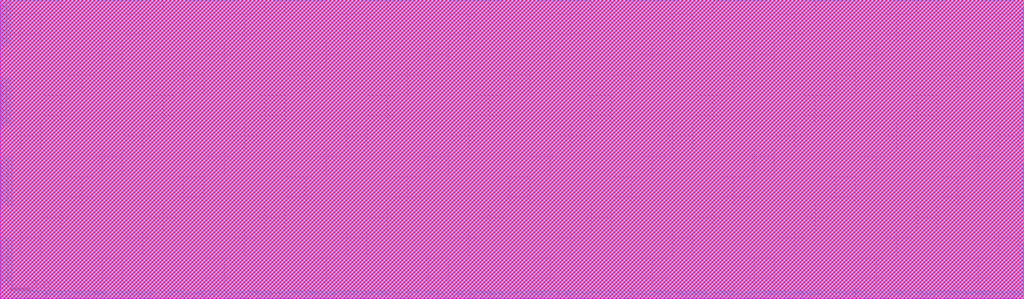
<source format=lef>
# 
#              Synchronous High Speed Single Port SRAM Compiler 
# 
#                    UMC 0.18um GenericII Logic Process
#    __________________________________________________________________________
# 
# 
#      (C) Copyright 2002-2009 Faraday Technology Corp. All Rights Reserved.
#    
#    This source code is an unpublished work belongs to Faraday Technology
#    Corp.  It is considered a trade secret and is not to be divulged or
#    used by parties who have not received written authorization from
#    Faraday Technology Corp.
#    
#    Faraday's home page can be found at:
#    http://www.faraday-tech.com/
#   
#       Module Name      : SUMA180_512X64X1BM1
#       Words            : 512
#       Bits             : 64
#       Byte-Write       : 1
#       Aspect Ratio     : 1
#       Output Loading   : 0.05  (pf)
#       Data Slew        : 0.02  (ns)
#       CK Slew          : 0.02  (ns)
#       Power Ring Width : 2  (um)
# 
# -----------------------------------------------------------------------------
# 
#       Library          : FSA0M_A
#       Memaker          : 200901.2.1
#       Date             : 2023/10/19 20:58:19
# 
# -----------------------------------------------------------------------------


NAMESCASESENSITIVE ON ;
MACRO SUMA180_512X64X1BM1
CLASS BLOCK ;
FOREIGN SUMA180_512X64X1BM1 0.000 0.000 ;
ORIGIN 0.000 0.000 ;
SIZE 1005.020 BY 294.000 ;
SYMMETRY x y r90 ;
SITE core_5040 ;
PIN VCC
  DIRECTION INOUT ;
  USE POWER ;
  SHAPE ABUTMENT ;
 PORT
  LAYER metal4 ;
  RECT 1003.900 282.580 1005.020 285.820 ;
  LAYER metal3 ;
  RECT 1003.900 282.580 1005.020 285.820 ;
  LAYER metal2 ;
  RECT 1003.900 282.580 1005.020 285.820 ;
  LAYER metal1 ;
  RECT 1003.900 282.580 1005.020 285.820 ;
 END
 PORT
  LAYER metal4 ;
  RECT 1003.900 274.740 1005.020 277.980 ;
  LAYER metal3 ;
  RECT 1003.900 274.740 1005.020 277.980 ;
  LAYER metal2 ;
  RECT 1003.900 274.740 1005.020 277.980 ;
  LAYER metal1 ;
  RECT 1003.900 274.740 1005.020 277.980 ;
 END
 PORT
  LAYER metal4 ;
  RECT 1003.900 266.900 1005.020 270.140 ;
  LAYER metal3 ;
  RECT 1003.900 266.900 1005.020 270.140 ;
  LAYER metal2 ;
  RECT 1003.900 266.900 1005.020 270.140 ;
  LAYER metal1 ;
  RECT 1003.900 266.900 1005.020 270.140 ;
 END
 PORT
  LAYER metal4 ;
  RECT 1003.900 259.060 1005.020 262.300 ;
  LAYER metal3 ;
  RECT 1003.900 259.060 1005.020 262.300 ;
  LAYER metal2 ;
  RECT 1003.900 259.060 1005.020 262.300 ;
  LAYER metal1 ;
  RECT 1003.900 259.060 1005.020 262.300 ;
 END
 PORT
  LAYER metal4 ;
  RECT 1003.900 251.220 1005.020 254.460 ;
  LAYER metal3 ;
  RECT 1003.900 251.220 1005.020 254.460 ;
  LAYER metal2 ;
  RECT 1003.900 251.220 1005.020 254.460 ;
  LAYER metal1 ;
  RECT 1003.900 251.220 1005.020 254.460 ;
 END
 PORT
  LAYER metal4 ;
  RECT 1003.900 243.380 1005.020 246.620 ;
  LAYER metal3 ;
  RECT 1003.900 243.380 1005.020 246.620 ;
  LAYER metal2 ;
  RECT 1003.900 243.380 1005.020 246.620 ;
  LAYER metal1 ;
  RECT 1003.900 243.380 1005.020 246.620 ;
 END
 PORT
  LAYER metal4 ;
  RECT 1003.900 204.180 1005.020 207.420 ;
  LAYER metal3 ;
  RECT 1003.900 204.180 1005.020 207.420 ;
  LAYER metal2 ;
  RECT 1003.900 204.180 1005.020 207.420 ;
  LAYER metal1 ;
  RECT 1003.900 204.180 1005.020 207.420 ;
 END
 PORT
  LAYER metal4 ;
  RECT 1003.900 196.340 1005.020 199.580 ;
  LAYER metal3 ;
  RECT 1003.900 196.340 1005.020 199.580 ;
  LAYER metal2 ;
  RECT 1003.900 196.340 1005.020 199.580 ;
  LAYER metal1 ;
  RECT 1003.900 196.340 1005.020 199.580 ;
 END
 PORT
  LAYER metal4 ;
  RECT 1003.900 188.500 1005.020 191.740 ;
  LAYER metal3 ;
  RECT 1003.900 188.500 1005.020 191.740 ;
  LAYER metal2 ;
  RECT 1003.900 188.500 1005.020 191.740 ;
  LAYER metal1 ;
  RECT 1003.900 188.500 1005.020 191.740 ;
 END
 PORT
  LAYER metal4 ;
  RECT 1003.900 180.660 1005.020 183.900 ;
  LAYER metal3 ;
  RECT 1003.900 180.660 1005.020 183.900 ;
  LAYER metal2 ;
  RECT 1003.900 180.660 1005.020 183.900 ;
  LAYER metal1 ;
  RECT 1003.900 180.660 1005.020 183.900 ;
 END
 PORT
  LAYER metal4 ;
  RECT 1003.900 172.820 1005.020 176.060 ;
  LAYER metal3 ;
  RECT 1003.900 172.820 1005.020 176.060 ;
  LAYER metal2 ;
  RECT 1003.900 172.820 1005.020 176.060 ;
  LAYER metal1 ;
  RECT 1003.900 172.820 1005.020 176.060 ;
 END
 PORT
  LAYER metal4 ;
  RECT 1003.900 164.980 1005.020 168.220 ;
  LAYER metal3 ;
  RECT 1003.900 164.980 1005.020 168.220 ;
  LAYER metal2 ;
  RECT 1003.900 164.980 1005.020 168.220 ;
  LAYER metal1 ;
  RECT 1003.900 164.980 1005.020 168.220 ;
 END
 PORT
  LAYER metal4 ;
  RECT 1003.900 125.780 1005.020 129.020 ;
  LAYER metal3 ;
  RECT 1003.900 125.780 1005.020 129.020 ;
  LAYER metal2 ;
  RECT 1003.900 125.780 1005.020 129.020 ;
  LAYER metal1 ;
  RECT 1003.900 125.780 1005.020 129.020 ;
 END
 PORT
  LAYER metal4 ;
  RECT 1003.900 117.940 1005.020 121.180 ;
  LAYER metal3 ;
  RECT 1003.900 117.940 1005.020 121.180 ;
  LAYER metal2 ;
  RECT 1003.900 117.940 1005.020 121.180 ;
  LAYER metal1 ;
  RECT 1003.900 117.940 1005.020 121.180 ;
 END
 PORT
  LAYER metal4 ;
  RECT 1003.900 110.100 1005.020 113.340 ;
  LAYER metal3 ;
  RECT 1003.900 110.100 1005.020 113.340 ;
  LAYER metal2 ;
  RECT 1003.900 110.100 1005.020 113.340 ;
  LAYER metal1 ;
  RECT 1003.900 110.100 1005.020 113.340 ;
 END
 PORT
  LAYER metal4 ;
  RECT 1003.900 102.260 1005.020 105.500 ;
  LAYER metal3 ;
  RECT 1003.900 102.260 1005.020 105.500 ;
  LAYER metal2 ;
  RECT 1003.900 102.260 1005.020 105.500 ;
  LAYER metal1 ;
  RECT 1003.900 102.260 1005.020 105.500 ;
 END
 PORT
  LAYER metal4 ;
  RECT 1003.900 94.420 1005.020 97.660 ;
  LAYER metal3 ;
  RECT 1003.900 94.420 1005.020 97.660 ;
  LAYER metal2 ;
  RECT 1003.900 94.420 1005.020 97.660 ;
  LAYER metal1 ;
  RECT 1003.900 94.420 1005.020 97.660 ;
 END
 PORT
  LAYER metal4 ;
  RECT 1003.900 86.580 1005.020 89.820 ;
  LAYER metal3 ;
  RECT 1003.900 86.580 1005.020 89.820 ;
  LAYER metal2 ;
  RECT 1003.900 86.580 1005.020 89.820 ;
  LAYER metal1 ;
  RECT 1003.900 86.580 1005.020 89.820 ;
 END
 PORT
  LAYER metal4 ;
  RECT 1003.900 47.380 1005.020 50.620 ;
  LAYER metal3 ;
  RECT 1003.900 47.380 1005.020 50.620 ;
  LAYER metal2 ;
  RECT 1003.900 47.380 1005.020 50.620 ;
  LAYER metal1 ;
  RECT 1003.900 47.380 1005.020 50.620 ;
 END
 PORT
  LAYER metal4 ;
  RECT 1003.900 39.540 1005.020 42.780 ;
  LAYER metal3 ;
  RECT 1003.900 39.540 1005.020 42.780 ;
  LAYER metal2 ;
  RECT 1003.900 39.540 1005.020 42.780 ;
  LAYER metal1 ;
  RECT 1003.900 39.540 1005.020 42.780 ;
 END
 PORT
  LAYER metal4 ;
  RECT 1003.900 31.700 1005.020 34.940 ;
  LAYER metal3 ;
  RECT 1003.900 31.700 1005.020 34.940 ;
  LAYER metal2 ;
  RECT 1003.900 31.700 1005.020 34.940 ;
  LAYER metal1 ;
  RECT 1003.900 31.700 1005.020 34.940 ;
 END
 PORT
  LAYER metal4 ;
  RECT 1003.900 23.860 1005.020 27.100 ;
  LAYER metal3 ;
  RECT 1003.900 23.860 1005.020 27.100 ;
  LAYER metal2 ;
  RECT 1003.900 23.860 1005.020 27.100 ;
  LAYER metal1 ;
  RECT 1003.900 23.860 1005.020 27.100 ;
 END
 PORT
  LAYER metal4 ;
  RECT 1003.900 16.020 1005.020 19.260 ;
  LAYER metal3 ;
  RECT 1003.900 16.020 1005.020 19.260 ;
  LAYER metal2 ;
  RECT 1003.900 16.020 1005.020 19.260 ;
  LAYER metal1 ;
  RECT 1003.900 16.020 1005.020 19.260 ;
 END
 PORT
  LAYER metal4 ;
  RECT 1003.900 8.180 1005.020 11.420 ;
  LAYER metal3 ;
  RECT 1003.900 8.180 1005.020 11.420 ;
  LAYER metal2 ;
  RECT 1003.900 8.180 1005.020 11.420 ;
  LAYER metal1 ;
  RECT 1003.900 8.180 1005.020 11.420 ;
 END
 PORT
  LAYER metal4 ;
  RECT 0.000 282.580 1.120 285.820 ;
  LAYER metal3 ;
  RECT 0.000 282.580 1.120 285.820 ;
  LAYER metal2 ;
  RECT 0.000 282.580 1.120 285.820 ;
  LAYER metal1 ;
  RECT 0.000 282.580 1.120 285.820 ;
 END
 PORT
  LAYER metal4 ;
  RECT 0.000 274.740 1.120 277.980 ;
  LAYER metal3 ;
  RECT 0.000 274.740 1.120 277.980 ;
  LAYER metal2 ;
  RECT 0.000 274.740 1.120 277.980 ;
  LAYER metal1 ;
  RECT 0.000 274.740 1.120 277.980 ;
 END
 PORT
  LAYER metal4 ;
  RECT 0.000 266.900 1.120 270.140 ;
  LAYER metal3 ;
  RECT 0.000 266.900 1.120 270.140 ;
  LAYER metal2 ;
  RECT 0.000 266.900 1.120 270.140 ;
  LAYER metal1 ;
  RECT 0.000 266.900 1.120 270.140 ;
 END
 PORT
  LAYER metal4 ;
  RECT 0.000 259.060 1.120 262.300 ;
  LAYER metal3 ;
  RECT 0.000 259.060 1.120 262.300 ;
  LAYER metal2 ;
  RECT 0.000 259.060 1.120 262.300 ;
  LAYER metal1 ;
  RECT 0.000 259.060 1.120 262.300 ;
 END
 PORT
  LAYER metal4 ;
  RECT 0.000 251.220 1.120 254.460 ;
  LAYER metal3 ;
  RECT 0.000 251.220 1.120 254.460 ;
  LAYER metal2 ;
  RECT 0.000 251.220 1.120 254.460 ;
  LAYER metal1 ;
  RECT 0.000 251.220 1.120 254.460 ;
 END
 PORT
  LAYER metal4 ;
  RECT 0.000 243.380 1.120 246.620 ;
  LAYER metal3 ;
  RECT 0.000 243.380 1.120 246.620 ;
  LAYER metal2 ;
  RECT 0.000 243.380 1.120 246.620 ;
  LAYER metal1 ;
  RECT 0.000 243.380 1.120 246.620 ;
 END
 PORT
  LAYER metal4 ;
  RECT 0.000 204.180 1.120 207.420 ;
  LAYER metal3 ;
  RECT 0.000 204.180 1.120 207.420 ;
  LAYER metal2 ;
  RECT 0.000 204.180 1.120 207.420 ;
  LAYER metal1 ;
  RECT 0.000 204.180 1.120 207.420 ;
 END
 PORT
  LAYER metal4 ;
  RECT 0.000 196.340 1.120 199.580 ;
  LAYER metal3 ;
  RECT 0.000 196.340 1.120 199.580 ;
  LAYER metal2 ;
  RECT 0.000 196.340 1.120 199.580 ;
  LAYER metal1 ;
  RECT 0.000 196.340 1.120 199.580 ;
 END
 PORT
  LAYER metal4 ;
  RECT 0.000 188.500 1.120 191.740 ;
  LAYER metal3 ;
  RECT 0.000 188.500 1.120 191.740 ;
  LAYER metal2 ;
  RECT 0.000 188.500 1.120 191.740 ;
  LAYER metal1 ;
  RECT 0.000 188.500 1.120 191.740 ;
 END
 PORT
  LAYER metal4 ;
  RECT 0.000 180.660 1.120 183.900 ;
  LAYER metal3 ;
  RECT 0.000 180.660 1.120 183.900 ;
  LAYER metal2 ;
  RECT 0.000 180.660 1.120 183.900 ;
  LAYER metal1 ;
  RECT 0.000 180.660 1.120 183.900 ;
 END
 PORT
  LAYER metal4 ;
  RECT 0.000 172.820 1.120 176.060 ;
  LAYER metal3 ;
  RECT 0.000 172.820 1.120 176.060 ;
  LAYER metal2 ;
  RECT 0.000 172.820 1.120 176.060 ;
  LAYER metal1 ;
  RECT 0.000 172.820 1.120 176.060 ;
 END
 PORT
  LAYER metal4 ;
  RECT 0.000 164.980 1.120 168.220 ;
  LAYER metal3 ;
  RECT 0.000 164.980 1.120 168.220 ;
  LAYER metal2 ;
  RECT 0.000 164.980 1.120 168.220 ;
  LAYER metal1 ;
  RECT 0.000 164.980 1.120 168.220 ;
 END
 PORT
  LAYER metal4 ;
  RECT 0.000 125.780 1.120 129.020 ;
  LAYER metal3 ;
  RECT 0.000 125.780 1.120 129.020 ;
  LAYER metal2 ;
  RECT 0.000 125.780 1.120 129.020 ;
  LAYER metal1 ;
  RECT 0.000 125.780 1.120 129.020 ;
 END
 PORT
  LAYER metal4 ;
  RECT 0.000 117.940 1.120 121.180 ;
  LAYER metal3 ;
  RECT 0.000 117.940 1.120 121.180 ;
  LAYER metal2 ;
  RECT 0.000 117.940 1.120 121.180 ;
  LAYER metal1 ;
  RECT 0.000 117.940 1.120 121.180 ;
 END
 PORT
  LAYER metal4 ;
  RECT 0.000 110.100 1.120 113.340 ;
  LAYER metal3 ;
  RECT 0.000 110.100 1.120 113.340 ;
  LAYER metal2 ;
  RECT 0.000 110.100 1.120 113.340 ;
  LAYER metal1 ;
  RECT 0.000 110.100 1.120 113.340 ;
 END
 PORT
  LAYER metal4 ;
  RECT 0.000 102.260 1.120 105.500 ;
  LAYER metal3 ;
  RECT 0.000 102.260 1.120 105.500 ;
  LAYER metal2 ;
  RECT 0.000 102.260 1.120 105.500 ;
  LAYER metal1 ;
  RECT 0.000 102.260 1.120 105.500 ;
 END
 PORT
  LAYER metal4 ;
  RECT 0.000 94.420 1.120 97.660 ;
  LAYER metal3 ;
  RECT 0.000 94.420 1.120 97.660 ;
  LAYER metal2 ;
  RECT 0.000 94.420 1.120 97.660 ;
  LAYER metal1 ;
  RECT 0.000 94.420 1.120 97.660 ;
 END
 PORT
  LAYER metal4 ;
  RECT 0.000 86.580 1.120 89.820 ;
  LAYER metal3 ;
  RECT 0.000 86.580 1.120 89.820 ;
  LAYER metal2 ;
  RECT 0.000 86.580 1.120 89.820 ;
  LAYER metal1 ;
  RECT 0.000 86.580 1.120 89.820 ;
 END
 PORT
  LAYER metal4 ;
  RECT 0.000 47.380 1.120 50.620 ;
  LAYER metal3 ;
  RECT 0.000 47.380 1.120 50.620 ;
  LAYER metal2 ;
  RECT 0.000 47.380 1.120 50.620 ;
  LAYER metal1 ;
  RECT 0.000 47.380 1.120 50.620 ;
 END
 PORT
  LAYER metal4 ;
  RECT 0.000 39.540 1.120 42.780 ;
  LAYER metal3 ;
  RECT 0.000 39.540 1.120 42.780 ;
  LAYER metal2 ;
  RECT 0.000 39.540 1.120 42.780 ;
  LAYER metal1 ;
  RECT 0.000 39.540 1.120 42.780 ;
 END
 PORT
  LAYER metal4 ;
  RECT 0.000 31.700 1.120 34.940 ;
  LAYER metal3 ;
  RECT 0.000 31.700 1.120 34.940 ;
  LAYER metal2 ;
  RECT 0.000 31.700 1.120 34.940 ;
  LAYER metal1 ;
  RECT 0.000 31.700 1.120 34.940 ;
 END
 PORT
  LAYER metal4 ;
  RECT 0.000 23.860 1.120 27.100 ;
  LAYER metal3 ;
  RECT 0.000 23.860 1.120 27.100 ;
  LAYER metal2 ;
  RECT 0.000 23.860 1.120 27.100 ;
  LAYER metal1 ;
  RECT 0.000 23.860 1.120 27.100 ;
 END
 PORT
  LAYER metal4 ;
  RECT 0.000 16.020 1.120 19.260 ;
  LAYER metal3 ;
  RECT 0.000 16.020 1.120 19.260 ;
  LAYER metal2 ;
  RECT 0.000 16.020 1.120 19.260 ;
  LAYER metal1 ;
  RECT 0.000 16.020 1.120 19.260 ;
 END
 PORT
  LAYER metal4 ;
  RECT 0.000 8.180 1.120 11.420 ;
  LAYER metal3 ;
  RECT 0.000 8.180 1.120 11.420 ;
  LAYER metal2 ;
  RECT 0.000 8.180 1.120 11.420 ;
  LAYER metal1 ;
  RECT 0.000 8.180 1.120 11.420 ;
 END
 PORT
  LAYER metal4 ;
  RECT 988.680 292.880 992.220 294.000 ;
  LAYER metal3 ;
  RECT 988.680 292.880 992.220 294.000 ;
  LAYER metal2 ;
  RECT 988.680 292.880 992.220 294.000 ;
  LAYER metal1 ;
  RECT 988.680 292.880 992.220 294.000 ;
 END
 PORT
  LAYER metal4 ;
  RECT 980.000 292.880 983.540 294.000 ;
  LAYER metal3 ;
  RECT 980.000 292.880 983.540 294.000 ;
  LAYER metal2 ;
  RECT 980.000 292.880 983.540 294.000 ;
  LAYER metal1 ;
  RECT 980.000 292.880 983.540 294.000 ;
 END
 PORT
  LAYER metal4 ;
  RECT 971.320 292.880 974.860 294.000 ;
  LAYER metal3 ;
  RECT 971.320 292.880 974.860 294.000 ;
  LAYER metal2 ;
  RECT 971.320 292.880 974.860 294.000 ;
  LAYER metal1 ;
  RECT 971.320 292.880 974.860 294.000 ;
 END
 PORT
  LAYER metal4 ;
  RECT 962.640 292.880 966.180 294.000 ;
  LAYER metal3 ;
  RECT 962.640 292.880 966.180 294.000 ;
  LAYER metal2 ;
  RECT 962.640 292.880 966.180 294.000 ;
  LAYER metal1 ;
  RECT 962.640 292.880 966.180 294.000 ;
 END
 PORT
  LAYER metal4 ;
  RECT 919.240 292.880 922.780 294.000 ;
  LAYER metal3 ;
  RECT 919.240 292.880 922.780 294.000 ;
  LAYER metal2 ;
  RECT 919.240 292.880 922.780 294.000 ;
  LAYER metal1 ;
  RECT 919.240 292.880 922.780 294.000 ;
 END
 PORT
  LAYER metal4 ;
  RECT 910.560 292.880 914.100 294.000 ;
  LAYER metal3 ;
  RECT 910.560 292.880 914.100 294.000 ;
  LAYER metal2 ;
  RECT 910.560 292.880 914.100 294.000 ;
  LAYER metal1 ;
  RECT 910.560 292.880 914.100 294.000 ;
 END
 PORT
  LAYER metal4 ;
  RECT 901.880 292.880 905.420 294.000 ;
  LAYER metal3 ;
  RECT 901.880 292.880 905.420 294.000 ;
  LAYER metal2 ;
  RECT 901.880 292.880 905.420 294.000 ;
  LAYER metal1 ;
  RECT 901.880 292.880 905.420 294.000 ;
 END
 PORT
  LAYER metal4 ;
  RECT 893.200 292.880 896.740 294.000 ;
  LAYER metal3 ;
  RECT 893.200 292.880 896.740 294.000 ;
  LAYER metal2 ;
  RECT 893.200 292.880 896.740 294.000 ;
  LAYER metal1 ;
  RECT 893.200 292.880 896.740 294.000 ;
 END
 PORT
  LAYER metal4 ;
  RECT 884.520 292.880 888.060 294.000 ;
  LAYER metal3 ;
  RECT 884.520 292.880 888.060 294.000 ;
  LAYER metal2 ;
  RECT 884.520 292.880 888.060 294.000 ;
  LAYER metal1 ;
  RECT 884.520 292.880 888.060 294.000 ;
 END
 PORT
  LAYER metal4 ;
  RECT 875.840 292.880 879.380 294.000 ;
  LAYER metal3 ;
  RECT 875.840 292.880 879.380 294.000 ;
  LAYER metal2 ;
  RECT 875.840 292.880 879.380 294.000 ;
  LAYER metal1 ;
  RECT 875.840 292.880 879.380 294.000 ;
 END
 PORT
  LAYER metal4 ;
  RECT 832.440 292.880 835.980 294.000 ;
  LAYER metal3 ;
  RECT 832.440 292.880 835.980 294.000 ;
  LAYER metal2 ;
  RECT 832.440 292.880 835.980 294.000 ;
  LAYER metal1 ;
  RECT 832.440 292.880 835.980 294.000 ;
 END
 PORT
  LAYER metal4 ;
  RECT 823.760 292.880 827.300 294.000 ;
  LAYER metal3 ;
  RECT 823.760 292.880 827.300 294.000 ;
  LAYER metal2 ;
  RECT 823.760 292.880 827.300 294.000 ;
  LAYER metal1 ;
  RECT 823.760 292.880 827.300 294.000 ;
 END
 PORT
  LAYER metal4 ;
  RECT 815.080 292.880 818.620 294.000 ;
  LAYER metal3 ;
  RECT 815.080 292.880 818.620 294.000 ;
  LAYER metal2 ;
  RECT 815.080 292.880 818.620 294.000 ;
  LAYER metal1 ;
  RECT 815.080 292.880 818.620 294.000 ;
 END
 PORT
  LAYER metal4 ;
  RECT 806.400 292.880 809.940 294.000 ;
  LAYER metal3 ;
  RECT 806.400 292.880 809.940 294.000 ;
  LAYER metal2 ;
  RECT 806.400 292.880 809.940 294.000 ;
  LAYER metal1 ;
  RECT 806.400 292.880 809.940 294.000 ;
 END
 PORT
  LAYER metal4 ;
  RECT 797.720 292.880 801.260 294.000 ;
  LAYER metal3 ;
  RECT 797.720 292.880 801.260 294.000 ;
  LAYER metal2 ;
  RECT 797.720 292.880 801.260 294.000 ;
  LAYER metal1 ;
  RECT 797.720 292.880 801.260 294.000 ;
 END
 PORT
  LAYER metal4 ;
  RECT 789.040 292.880 792.580 294.000 ;
  LAYER metal3 ;
  RECT 789.040 292.880 792.580 294.000 ;
  LAYER metal2 ;
  RECT 789.040 292.880 792.580 294.000 ;
  LAYER metal1 ;
  RECT 789.040 292.880 792.580 294.000 ;
 END
 PORT
  LAYER metal4 ;
  RECT 745.640 292.880 749.180 294.000 ;
  LAYER metal3 ;
  RECT 745.640 292.880 749.180 294.000 ;
  LAYER metal2 ;
  RECT 745.640 292.880 749.180 294.000 ;
  LAYER metal1 ;
  RECT 745.640 292.880 749.180 294.000 ;
 END
 PORT
  LAYER metal4 ;
  RECT 736.960 292.880 740.500 294.000 ;
  LAYER metal3 ;
  RECT 736.960 292.880 740.500 294.000 ;
  LAYER metal2 ;
  RECT 736.960 292.880 740.500 294.000 ;
  LAYER metal1 ;
  RECT 736.960 292.880 740.500 294.000 ;
 END
 PORT
  LAYER metal4 ;
  RECT 728.280 292.880 731.820 294.000 ;
  LAYER metal3 ;
  RECT 728.280 292.880 731.820 294.000 ;
  LAYER metal2 ;
  RECT 728.280 292.880 731.820 294.000 ;
  LAYER metal1 ;
  RECT 728.280 292.880 731.820 294.000 ;
 END
 PORT
  LAYER metal4 ;
  RECT 719.600 292.880 723.140 294.000 ;
  LAYER metal3 ;
  RECT 719.600 292.880 723.140 294.000 ;
  LAYER metal2 ;
  RECT 719.600 292.880 723.140 294.000 ;
  LAYER metal1 ;
  RECT 719.600 292.880 723.140 294.000 ;
 END
 PORT
  LAYER metal4 ;
  RECT 710.920 292.880 714.460 294.000 ;
  LAYER metal3 ;
  RECT 710.920 292.880 714.460 294.000 ;
  LAYER metal2 ;
  RECT 710.920 292.880 714.460 294.000 ;
  LAYER metal1 ;
  RECT 710.920 292.880 714.460 294.000 ;
 END
 PORT
  LAYER metal4 ;
  RECT 702.240 292.880 705.780 294.000 ;
  LAYER metal3 ;
  RECT 702.240 292.880 705.780 294.000 ;
  LAYER metal2 ;
  RECT 702.240 292.880 705.780 294.000 ;
  LAYER metal1 ;
  RECT 702.240 292.880 705.780 294.000 ;
 END
 PORT
  LAYER metal4 ;
  RECT 658.840 292.880 662.380 294.000 ;
  LAYER metal3 ;
  RECT 658.840 292.880 662.380 294.000 ;
  LAYER metal2 ;
  RECT 658.840 292.880 662.380 294.000 ;
  LAYER metal1 ;
  RECT 658.840 292.880 662.380 294.000 ;
 END
 PORT
  LAYER metal4 ;
  RECT 650.160 292.880 653.700 294.000 ;
  LAYER metal3 ;
  RECT 650.160 292.880 653.700 294.000 ;
  LAYER metal2 ;
  RECT 650.160 292.880 653.700 294.000 ;
  LAYER metal1 ;
  RECT 650.160 292.880 653.700 294.000 ;
 END
 PORT
  LAYER metal4 ;
  RECT 641.480 292.880 645.020 294.000 ;
  LAYER metal3 ;
  RECT 641.480 292.880 645.020 294.000 ;
  LAYER metal2 ;
  RECT 641.480 292.880 645.020 294.000 ;
  LAYER metal1 ;
  RECT 641.480 292.880 645.020 294.000 ;
 END
 PORT
  LAYER metal4 ;
  RECT 632.800 292.880 636.340 294.000 ;
  LAYER metal3 ;
  RECT 632.800 292.880 636.340 294.000 ;
  LAYER metal2 ;
  RECT 632.800 292.880 636.340 294.000 ;
  LAYER metal1 ;
  RECT 632.800 292.880 636.340 294.000 ;
 END
 PORT
  LAYER metal4 ;
  RECT 624.120 292.880 627.660 294.000 ;
  LAYER metal3 ;
  RECT 624.120 292.880 627.660 294.000 ;
  LAYER metal2 ;
  RECT 624.120 292.880 627.660 294.000 ;
  LAYER metal1 ;
  RECT 624.120 292.880 627.660 294.000 ;
 END
 PORT
  LAYER metal4 ;
  RECT 615.440 292.880 618.980 294.000 ;
  LAYER metal3 ;
  RECT 615.440 292.880 618.980 294.000 ;
  LAYER metal2 ;
  RECT 615.440 292.880 618.980 294.000 ;
  LAYER metal1 ;
  RECT 615.440 292.880 618.980 294.000 ;
 END
 PORT
  LAYER metal4 ;
  RECT 572.040 292.880 575.580 294.000 ;
  LAYER metal3 ;
  RECT 572.040 292.880 575.580 294.000 ;
  LAYER metal2 ;
  RECT 572.040 292.880 575.580 294.000 ;
  LAYER metal1 ;
  RECT 572.040 292.880 575.580 294.000 ;
 END
 PORT
  LAYER metal4 ;
  RECT 563.360 292.880 566.900 294.000 ;
  LAYER metal3 ;
  RECT 563.360 292.880 566.900 294.000 ;
  LAYER metal2 ;
  RECT 563.360 292.880 566.900 294.000 ;
  LAYER metal1 ;
  RECT 563.360 292.880 566.900 294.000 ;
 END
 PORT
  LAYER metal4 ;
  RECT 554.680 292.880 558.220 294.000 ;
  LAYER metal3 ;
  RECT 554.680 292.880 558.220 294.000 ;
  LAYER metal2 ;
  RECT 554.680 292.880 558.220 294.000 ;
  LAYER metal1 ;
  RECT 554.680 292.880 558.220 294.000 ;
 END
 PORT
  LAYER metal4 ;
  RECT 546.000 292.880 549.540 294.000 ;
  LAYER metal3 ;
  RECT 546.000 292.880 549.540 294.000 ;
  LAYER metal2 ;
  RECT 546.000 292.880 549.540 294.000 ;
  LAYER metal1 ;
  RECT 546.000 292.880 549.540 294.000 ;
 END
 PORT
  LAYER metal4 ;
  RECT 537.320 292.880 540.860 294.000 ;
  LAYER metal3 ;
  RECT 537.320 292.880 540.860 294.000 ;
  LAYER metal2 ;
  RECT 537.320 292.880 540.860 294.000 ;
  LAYER metal1 ;
  RECT 537.320 292.880 540.860 294.000 ;
 END
 PORT
  LAYER metal4 ;
  RECT 528.640 292.880 532.180 294.000 ;
  LAYER metal3 ;
  RECT 528.640 292.880 532.180 294.000 ;
  LAYER metal2 ;
  RECT 528.640 292.880 532.180 294.000 ;
  LAYER metal1 ;
  RECT 528.640 292.880 532.180 294.000 ;
 END
 PORT
  LAYER metal4 ;
  RECT 485.240 292.880 488.780 294.000 ;
  LAYER metal3 ;
  RECT 485.240 292.880 488.780 294.000 ;
  LAYER metal2 ;
  RECT 485.240 292.880 488.780 294.000 ;
  LAYER metal1 ;
  RECT 485.240 292.880 488.780 294.000 ;
 END
 PORT
  LAYER metal4 ;
  RECT 476.560 292.880 480.100 294.000 ;
  LAYER metal3 ;
  RECT 476.560 292.880 480.100 294.000 ;
  LAYER metal2 ;
  RECT 476.560 292.880 480.100 294.000 ;
  LAYER metal1 ;
  RECT 476.560 292.880 480.100 294.000 ;
 END
 PORT
  LAYER metal4 ;
  RECT 467.880 292.880 471.420 294.000 ;
  LAYER metal3 ;
  RECT 467.880 292.880 471.420 294.000 ;
  LAYER metal2 ;
  RECT 467.880 292.880 471.420 294.000 ;
  LAYER metal1 ;
  RECT 467.880 292.880 471.420 294.000 ;
 END
 PORT
  LAYER metal4 ;
  RECT 459.200 292.880 462.740 294.000 ;
  LAYER metal3 ;
  RECT 459.200 292.880 462.740 294.000 ;
  LAYER metal2 ;
  RECT 459.200 292.880 462.740 294.000 ;
  LAYER metal1 ;
  RECT 459.200 292.880 462.740 294.000 ;
 END
 PORT
  LAYER metal4 ;
  RECT 450.520 292.880 454.060 294.000 ;
  LAYER metal3 ;
  RECT 450.520 292.880 454.060 294.000 ;
  LAYER metal2 ;
  RECT 450.520 292.880 454.060 294.000 ;
  LAYER metal1 ;
  RECT 450.520 292.880 454.060 294.000 ;
 END
 PORT
  LAYER metal4 ;
  RECT 441.840 292.880 445.380 294.000 ;
  LAYER metal3 ;
  RECT 441.840 292.880 445.380 294.000 ;
  LAYER metal2 ;
  RECT 441.840 292.880 445.380 294.000 ;
  LAYER metal1 ;
  RECT 441.840 292.880 445.380 294.000 ;
 END
 PORT
  LAYER metal4 ;
  RECT 398.440 292.880 401.980 294.000 ;
  LAYER metal3 ;
  RECT 398.440 292.880 401.980 294.000 ;
  LAYER metal2 ;
  RECT 398.440 292.880 401.980 294.000 ;
  LAYER metal1 ;
  RECT 398.440 292.880 401.980 294.000 ;
 END
 PORT
  LAYER metal4 ;
  RECT 389.760 292.880 393.300 294.000 ;
  LAYER metal3 ;
  RECT 389.760 292.880 393.300 294.000 ;
  LAYER metal2 ;
  RECT 389.760 292.880 393.300 294.000 ;
  LAYER metal1 ;
  RECT 389.760 292.880 393.300 294.000 ;
 END
 PORT
  LAYER metal4 ;
  RECT 381.080 292.880 384.620 294.000 ;
  LAYER metal3 ;
  RECT 381.080 292.880 384.620 294.000 ;
  LAYER metal2 ;
  RECT 381.080 292.880 384.620 294.000 ;
  LAYER metal1 ;
  RECT 381.080 292.880 384.620 294.000 ;
 END
 PORT
  LAYER metal4 ;
  RECT 372.400 292.880 375.940 294.000 ;
  LAYER metal3 ;
  RECT 372.400 292.880 375.940 294.000 ;
  LAYER metal2 ;
  RECT 372.400 292.880 375.940 294.000 ;
  LAYER metal1 ;
  RECT 372.400 292.880 375.940 294.000 ;
 END
 PORT
  LAYER metal4 ;
  RECT 363.720 292.880 367.260 294.000 ;
  LAYER metal3 ;
  RECT 363.720 292.880 367.260 294.000 ;
  LAYER metal2 ;
  RECT 363.720 292.880 367.260 294.000 ;
  LAYER metal1 ;
  RECT 363.720 292.880 367.260 294.000 ;
 END
 PORT
  LAYER metal4 ;
  RECT 355.040 292.880 358.580 294.000 ;
  LAYER metal3 ;
  RECT 355.040 292.880 358.580 294.000 ;
  LAYER metal2 ;
  RECT 355.040 292.880 358.580 294.000 ;
  LAYER metal1 ;
  RECT 355.040 292.880 358.580 294.000 ;
 END
 PORT
  LAYER metal4 ;
  RECT 311.640 292.880 315.180 294.000 ;
  LAYER metal3 ;
  RECT 311.640 292.880 315.180 294.000 ;
  LAYER metal2 ;
  RECT 311.640 292.880 315.180 294.000 ;
  LAYER metal1 ;
  RECT 311.640 292.880 315.180 294.000 ;
 END
 PORT
  LAYER metal4 ;
  RECT 302.960 292.880 306.500 294.000 ;
  LAYER metal3 ;
  RECT 302.960 292.880 306.500 294.000 ;
  LAYER metal2 ;
  RECT 302.960 292.880 306.500 294.000 ;
  LAYER metal1 ;
  RECT 302.960 292.880 306.500 294.000 ;
 END
 PORT
  LAYER metal4 ;
  RECT 294.280 292.880 297.820 294.000 ;
  LAYER metal3 ;
  RECT 294.280 292.880 297.820 294.000 ;
  LAYER metal2 ;
  RECT 294.280 292.880 297.820 294.000 ;
  LAYER metal1 ;
  RECT 294.280 292.880 297.820 294.000 ;
 END
 PORT
  LAYER metal4 ;
  RECT 285.600 292.880 289.140 294.000 ;
  LAYER metal3 ;
  RECT 285.600 292.880 289.140 294.000 ;
  LAYER metal2 ;
  RECT 285.600 292.880 289.140 294.000 ;
  LAYER metal1 ;
  RECT 285.600 292.880 289.140 294.000 ;
 END
 PORT
  LAYER metal4 ;
  RECT 276.920 292.880 280.460 294.000 ;
  LAYER metal3 ;
  RECT 276.920 292.880 280.460 294.000 ;
  LAYER metal2 ;
  RECT 276.920 292.880 280.460 294.000 ;
  LAYER metal1 ;
  RECT 276.920 292.880 280.460 294.000 ;
 END
 PORT
  LAYER metal4 ;
  RECT 268.240 292.880 271.780 294.000 ;
  LAYER metal3 ;
  RECT 268.240 292.880 271.780 294.000 ;
  LAYER metal2 ;
  RECT 268.240 292.880 271.780 294.000 ;
  LAYER metal1 ;
  RECT 268.240 292.880 271.780 294.000 ;
 END
 PORT
  LAYER metal4 ;
  RECT 224.840 292.880 228.380 294.000 ;
  LAYER metal3 ;
  RECT 224.840 292.880 228.380 294.000 ;
  LAYER metal2 ;
  RECT 224.840 292.880 228.380 294.000 ;
  LAYER metal1 ;
  RECT 224.840 292.880 228.380 294.000 ;
 END
 PORT
  LAYER metal4 ;
  RECT 216.160 292.880 219.700 294.000 ;
  LAYER metal3 ;
  RECT 216.160 292.880 219.700 294.000 ;
  LAYER metal2 ;
  RECT 216.160 292.880 219.700 294.000 ;
  LAYER metal1 ;
  RECT 216.160 292.880 219.700 294.000 ;
 END
 PORT
  LAYER metal4 ;
  RECT 207.480 292.880 211.020 294.000 ;
  LAYER metal3 ;
  RECT 207.480 292.880 211.020 294.000 ;
  LAYER metal2 ;
  RECT 207.480 292.880 211.020 294.000 ;
  LAYER metal1 ;
  RECT 207.480 292.880 211.020 294.000 ;
 END
 PORT
  LAYER metal4 ;
  RECT 198.800 292.880 202.340 294.000 ;
  LAYER metal3 ;
  RECT 198.800 292.880 202.340 294.000 ;
  LAYER metal2 ;
  RECT 198.800 292.880 202.340 294.000 ;
  LAYER metal1 ;
  RECT 198.800 292.880 202.340 294.000 ;
 END
 PORT
  LAYER metal4 ;
  RECT 190.120 292.880 193.660 294.000 ;
  LAYER metal3 ;
  RECT 190.120 292.880 193.660 294.000 ;
  LAYER metal2 ;
  RECT 190.120 292.880 193.660 294.000 ;
  LAYER metal1 ;
  RECT 190.120 292.880 193.660 294.000 ;
 END
 PORT
  LAYER metal4 ;
  RECT 181.440 292.880 184.980 294.000 ;
  LAYER metal3 ;
  RECT 181.440 292.880 184.980 294.000 ;
  LAYER metal2 ;
  RECT 181.440 292.880 184.980 294.000 ;
  LAYER metal1 ;
  RECT 181.440 292.880 184.980 294.000 ;
 END
 PORT
  LAYER metal4 ;
  RECT 138.040 292.880 141.580 294.000 ;
  LAYER metal3 ;
  RECT 138.040 292.880 141.580 294.000 ;
  LAYER metal2 ;
  RECT 138.040 292.880 141.580 294.000 ;
  LAYER metal1 ;
  RECT 138.040 292.880 141.580 294.000 ;
 END
 PORT
  LAYER metal4 ;
  RECT 129.360 292.880 132.900 294.000 ;
  LAYER metal3 ;
  RECT 129.360 292.880 132.900 294.000 ;
  LAYER metal2 ;
  RECT 129.360 292.880 132.900 294.000 ;
  LAYER metal1 ;
  RECT 129.360 292.880 132.900 294.000 ;
 END
 PORT
  LAYER metal4 ;
  RECT 120.680 292.880 124.220 294.000 ;
  LAYER metal3 ;
  RECT 120.680 292.880 124.220 294.000 ;
  LAYER metal2 ;
  RECT 120.680 292.880 124.220 294.000 ;
  LAYER metal1 ;
  RECT 120.680 292.880 124.220 294.000 ;
 END
 PORT
  LAYER metal4 ;
  RECT 112.000 292.880 115.540 294.000 ;
  LAYER metal3 ;
  RECT 112.000 292.880 115.540 294.000 ;
  LAYER metal2 ;
  RECT 112.000 292.880 115.540 294.000 ;
  LAYER metal1 ;
  RECT 112.000 292.880 115.540 294.000 ;
 END
 PORT
  LAYER metal4 ;
  RECT 103.320 292.880 106.860 294.000 ;
  LAYER metal3 ;
  RECT 103.320 292.880 106.860 294.000 ;
  LAYER metal2 ;
  RECT 103.320 292.880 106.860 294.000 ;
  LAYER metal1 ;
  RECT 103.320 292.880 106.860 294.000 ;
 END
 PORT
  LAYER metal4 ;
  RECT 94.640 292.880 98.180 294.000 ;
  LAYER metal3 ;
  RECT 94.640 292.880 98.180 294.000 ;
  LAYER metal2 ;
  RECT 94.640 292.880 98.180 294.000 ;
  LAYER metal1 ;
  RECT 94.640 292.880 98.180 294.000 ;
 END
 PORT
  LAYER metal4 ;
  RECT 51.240 292.880 54.780 294.000 ;
  LAYER metal3 ;
  RECT 51.240 292.880 54.780 294.000 ;
  LAYER metal2 ;
  RECT 51.240 292.880 54.780 294.000 ;
  LAYER metal1 ;
  RECT 51.240 292.880 54.780 294.000 ;
 END
 PORT
  LAYER metal4 ;
  RECT 42.560 292.880 46.100 294.000 ;
  LAYER metal3 ;
  RECT 42.560 292.880 46.100 294.000 ;
  LAYER metal2 ;
  RECT 42.560 292.880 46.100 294.000 ;
  LAYER metal1 ;
  RECT 42.560 292.880 46.100 294.000 ;
 END
 PORT
  LAYER metal4 ;
  RECT 33.880 292.880 37.420 294.000 ;
  LAYER metal3 ;
  RECT 33.880 292.880 37.420 294.000 ;
  LAYER metal2 ;
  RECT 33.880 292.880 37.420 294.000 ;
  LAYER metal1 ;
  RECT 33.880 292.880 37.420 294.000 ;
 END
 PORT
  LAYER metal4 ;
  RECT 25.200 292.880 28.740 294.000 ;
  LAYER metal3 ;
  RECT 25.200 292.880 28.740 294.000 ;
  LAYER metal2 ;
  RECT 25.200 292.880 28.740 294.000 ;
  LAYER metal1 ;
  RECT 25.200 292.880 28.740 294.000 ;
 END
 PORT
  LAYER metal4 ;
  RECT 16.520 292.880 20.060 294.000 ;
  LAYER metal3 ;
  RECT 16.520 292.880 20.060 294.000 ;
  LAYER metal2 ;
  RECT 16.520 292.880 20.060 294.000 ;
  LAYER metal1 ;
  RECT 16.520 292.880 20.060 294.000 ;
 END
 PORT
  LAYER metal4 ;
  RECT 7.840 292.880 11.380 294.000 ;
  LAYER metal3 ;
  RECT 7.840 292.880 11.380 294.000 ;
  LAYER metal2 ;
  RECT 7.840 292.880 11.380 294.000 ;
  LAYER metal1 ;
  RECT 7.840 292.880 11.380 294.000 ;
 END
 PORT
  LAYER metal4 ;
  RECT 985.580 0.000 989.120 1.120 ;
  LAYER metal3 ;
  RECT 985.580 0.000 989.120 1.120 ;
  LAYER metal2 ;
  RECT 985.580 0.000 989.120 1.120 ;
  LAYER metal1 ;
  RECT 985.580 0.000 989.120 1.120 ;
 END
 PORT
  LAYER metal4 ;
  RECT 963.880 0.000 967.420 1.120 ;
  LAYER metal3 ;
  RECT 963.880 0.000 967.420 1.120 ;
  LAYER metal2 ;
  RECT 963.880 0.000 967.420 1.120 ;
  LAYER metal1 ;
  RECT 963.880 0.000 967.420 1.120 ;
 END
 PORT
  LAYER metal4 ;
  RECT 942.180 0.000 945.720 1.120 ;
  LAYER metal3 ;
  RECT 942.180 0.000 945.720 1.120 ;
  LAYER metal2 ;
  RECT 942.180 0.000 945.720 1.120 ;
  LAYER metal1 ;
  RECT 942.180 0.000 945.720 1.120 ;
 END
 PORT
  LAYER metal4 ;
  RECT 915.520 0.000 919.060 1.120 ;
  LAYER metal3 ;
  RECT 915.520 0.000 919.060 1.120 ;
  LAYER metal2 ;
  RECT 915.520 0.000 919.060 1.120 ;
  LAYER metal1 ;
  RECT 915.520 0.000 919.060 1.120 ;
 END
 PORT
  LAYER metal4 ;
  RECT 898.780 0.000 902.320 1.120 ;
  LAYER metal3 ;
  RECT 898.780 0.000 902.320 1.120 ;
  LAYER metal2 ;
  RECT 898.780 0.000 902.320 1.120 ;
  LAYER metal1 ;
  RECT 898.780 0.000 902.320 1.120 ;
 END
 PORT
  LAYER metal4 ;
  RECT 785.940 0.000 789.480 1.120 ;
  LAYER metal3 ;
  RECT 785.940 0.000 789.480 1.120 ;
  LAYER metal2 ;
  RECT 785.940 0.000 789.480 1.120 ;
  LAYER metal1 ;
  RECT 785.940 0.000 789.480 1.120 ;
 END
 PORT
  LAYER metal4 ;
  RECT 759.280 0.000 762.820 1.120 ;
  LAYER metal3 ;
  RECT 759.280 0.000 762.820 1.120 ;
  LAYER metal2 ;
  RECT 759.280 0.000 762.820 1.120 ;
  LAYER metal1 ;
  RECT 759.280 0.000 762.820 1.120 ;
 END
 PORT
  LAYER metal4 ;
  RECT 737.580 0.000 741.120 1.120 ;
  LAYER metal3 ;
  RECT 737.580 0.000 741.120 1.120 ;
  LAYER metal2 ;
  RECT 737.580 0.000 741.120 1.120 ;
  LAYER metal1 ;
  RECT 737.580 0.000 741.120 1.120 ;
 END
 PORT
  LAYER metal4 ;
  RECT 715.880 0.000 719.420 1.120 ;
  LAYER metal3 ;
  RECT 715.880 0.000 719.420 1.120 ;
  LAYER metal2 ;
  RECT 715.880 0.000 719.420 1.120 ;
  LAYER metal1 ;
  RECT 715.880 0.000 719.420 1.120 ;
 END
 PORT
  LAYER metal4 ;
  RECT 689.220 0.000 692.760 1.120 ;
  LAYER metal3 ;
  RECT 689.220 0.000 692.760 1.120 ;
  LAYER metal2 ;
  RECT 689.220 0.000 692.760 1.120 ;
  LAYER metal1 ;
  RECT 689.220 0.000 692.760 1.120 ;
 END
 PORT
  LAYER metal4 ;
  RECT 673.100 0.000 676.640 1.120 ;
  LAYER metal3 ;
  RECT 673.100 0.000 676.640 1.120 ;
  LAYER metal2 ;
  RECT 673.100 0.000 676.640 1.120 ;
  LAYER metal1 ;
  RECT 673.100 0.000 676.640 1.120 ;
 END
 PORT
  LAYER metal4 ;
  RECT 559.640 0.000 563.180 1.120 ;
  LAYER metal3 ;
  RECT 559.640 0.000 563.180 1.120 ;
  LAYER metal2 ;
  RECT 559.640 0.000 563.180 1.120 ;
  LAYER metal1 ;
  RECT 559.640 0.000 563.180 1.120 ;
 END
 PORT
  LAYER metal4 ;
  RECT 523.680 0.000 527.220 1.120 ;
  LAYER metal3 ;
  RECT 523.680 0.000 527.220 1.120 ;
  LAYER metal2 ;
  RECT 523.680 0.000 527.220 1.120 ;
  LAYER metal1 ;
  RECT 523.680 0.000 527.220 1.120 ;
 END
 PORT
  LAYER metal4 ;
  RECT 515.000 0.000 518.540 1.120 ;
  LAYER metal3 ;
  RECT 515.000 0.000 518.540 1.120 ;
  LAYER metal2 ;
  RECT 515.000 0.000 518.540 1.120 ;
  LAYER metal1 ;
  RECT 515.000 0.000 518.540 1.120 ;
 END
 PORT
  LAYER metal4 ;
  RECT 493.300 0.000 496.840 1.120 ;
  LAYER metal3 ;
  RECT 493.300 0.000 496.840 1.120 ;
  LAYER metal2 ;
  RECT 493.300 0.000 496.840 1.120 ;
  LAYER metal1 ;
  RECT 493.300 0.000 496.840 1.120 ;
 END
 PORT
  LAYER metal4 ;
  RECT 472.220 0.000 475.760 1.120 ;
  LAYER metal3 ;
  RECT 472.220 0.000 475.760 1.120 ;
  LAYER metal2 ;
  RECT 472.220 0.000 475.760 1.120 ;
  LAYER metal1 ;
  RECT 472.220 0.000 475.760 1.120 ;
 END
 PORT
  LAYER metal4 ;
  RECT 461.060 0.000 464.600 1.120 ;
  LAYER metal3 ;
  RECT 461.060 0.000 464.600 1.120 ;
  LAYER metal2 ;
  RECT 461.060 0.000 464.600 1.120 ;
  LAYER metal1 ;
  RECT 461.060 0.000 464.600 1.120 ;
 END
 PORT
  LAYER metal4 ;
  RECT 353.180 0.000 356.720 1.120 ;
  LAYER metal3 ;
  RECT 353.180 0.000 356.720 1.120 ;
  LAYER metal2 ;
  RECT 353.180 0.000 356.720 1.120 ;
  LAYER metal1 ;
  RECT 353.180 0.000 356.720 1.120 ;
 END
 PORT
  LAYER metal4 ;
  RECT 326.520 0.000 330.060 1.120 ;
  LAYER metal3 ;
  RECT 326.520 0.000 330.060 1.120 ;
  LAYER metal2 ;
  RECT 326.520 0.000 330.060 1.120 ;
  LAYER metal1 ;
  RECT 326.520 0.000 330.060 1.120 ;
 END
 PORT
  LAYER metal4 ;
  RECT 309.780 0.000 313.320 1.120 ;
  LAYER metal3 ;
  RECT 309.780 0.000 313.320 1.120 ;
  LAYER metal2 ;
  RECT 309.780 0.000 313.320 1.120 ;
  LAYER metal1 ;
  RECT 309.780 0.000 313.320 1.120 ;
 END
 PORT
  LAYER metal4 ;
  RECT 283.120 0.000 286.660 1.120 ;
  LAYER metal3 ;
  RECT 283.120 0.000 286.660 1.120 ;
  LAYER metal2 ;
  RECT 283.120 0.000 286.660 1.120 ;
  LAYER metal1 ;
  RECT 283.120 0.000 286.660 1.120 ;
 END
 PORT
  LAYER metal4 ;
  RECT 261.420 0.000 264.960 1.120 ;
  LAYER metal3 ;
  RECT 261.420 0.000 264.960 1.120 ;
  LAYER metal2 ;
  RECT 261.420 0.000 264.960 1.120 ;
  LAYER metal1 ;
  RECT 261.420 0.000 264.960 1.120 ;
 END
 PORT
  LAYER metal4 ;
  RECT 239.720 0.000 243.260 1.120 ;
  LAYER metal3 ;
  RECT 239.720 0.000 243.260 1.120 ;
  LAYER metal2 ;
  RECT 239.720 0.000 243.260 1.120 ;
  LAYER metal1 ;
  RECT 239.720 0.000 243.260 1.120 ;
 END
 PORT
  LAYER metal4 ;
  RECT 126.880 0.000 130.420 1.120 ;
  LAYER metal3 ;
  RECT 126.880 0.000 130.420 1.120 ;
  LAYER metal2 ;
  RECT 126.880 0.000 130.420 1.120 ;
  LAYER metal1 ;
  RECT 126.880 0.000 130.420 1.120 ;
 END
 PORT
  LAYER metal4 ;
  RECT 100.220 0.000 103.760 1.120 ;
  LAYER metal3 ;
  RECT 100.220 0.000 103.760 1.120 ;
  LAYER metal2 ;
  RECT 100.220 0.000 103.760 1.120 ;
  LAYER metal1 ;
  RECT 100.220 0.000 103.760 1.120 ;
 END
 PORT
  LAYER metal4 ;
  RECT 83.480 0.000 87.020 1.120 ;
  LAYER metal3 ;
  RECT 83.480 0.000 87.020 1.120 ;
  LAYER metal2 ;
  RECT 83.480 0.000 87.020 1.120 ;
  LAYER metal1 ;
  RECT 83.480 0.000 87.020 1.120 ;
 END
 PORT
  LAYER metal4 ;
  RECT 56.820 0.000 60.360 1.120 ;
  LAYER metal3 ;
  RECT 56.820 0.000 60.360 1.120 ;
  LAYER metal2 ;
  RECT 56.820 0.000 60.360 1.120 ;
  LAYER metal1 ;
  RECT 56.820 0.000 60.360 1.120 ;
 END
 PORT
  LAYER metal4 ;
  RECT 35.740 0.000 39.280 1.120 ;
  LAYER metal3 ;
  RECT 35.740 0.000 39.280 1.120 ;
  LAYER metal2 ;
  RECT 35.740 0.000 39.280 1.120 ;
  LAYER metal1 ;
  RECT 35.740 0.000 39.280 1.120 ;
 END
 PORT
  LAYER metal4 ;
  RECT 14.040 0.000 17.580 1.120 ;
  LAYER metal3 ;
  RECT 14.040 0.000 17.580 1.120 ;
  LAYER metal2 ;
  RECT 14.040 0.000 17.580 1.120 ;
  LAYER metal1 ;
  RECT 14.040 0.000 17.580 1.120 ;
 END
END VCC
PIN GND
  DIRECTION INOUT ;
  USE GROUND ;
  SHAPE ABUTMENT ;
 PORT
  LAYER metal4 ;
  RECT 1003.900 278.660 1005.020 281.900 ;
  LAYER metal3 ;
  RECT 1003.900 278.660 1005.020 281.900 ;
  LAYER metal2 ;
  RECT 1003.900 278.660 1005.020 281.900 ;
  LAYER metal1 ;
  RECT 1003.900 278.660 1005.020 281.900 ;
 END
 PORT
  LAYER metal4 ;
  RECT 1003.900 270.820 1005.020 274.060 ;
  LAYER metal3 ;
  RECT 1003.900 270.820 1005.020 274.060 ;
  LAYER metal2 ;
  RECT 1003.900 270.820 1005.020 274.060 ;
  LAYER metal1 ;
  RECT 1003.900 270.820 1005.020 274.060 ;
 END
 PORT
  LAYER metal4 ;
  RECT 1003.900 262.980 1005.020 266.220 ;
  LAYER metal3 ;
  RECT 1003.900 262.980 1005.020 266.220 ;
  LAYER metal2 ;
  RECT 1003.900 262.980 1005.020 266.220 ;
  LAYER metal1 ;
  RECT 1003.900 262.980 1005.020 266.220 ;
 END
 PORT
  LAYER metal4 ;
  RECT 1003.900 255.140 1005.020 258.380 ;
  LAYER metal3 ;
  RECT 1003.900 255.140 1005.020 258.380 ;
  LAYER metal2 ;
  RECT 1003.900 255.140 1005.020 258.380 ;
  LAYER metal1 ;
  RECT 1003.900 255.140 1005.020 258.380 ;
 END
 PORT
  LAYER metal4 ;
  RECT 1003.900 247.300 1005.020 250.540 ;
  LAYER metal3 ;
  RECT 1003.900 247.300 1005.020 250.540 ;
  LAYER metal2 ;
  RECT 1003.900 247.300 1005.020 250.540 ;
  LAYER metal1 ;
  RECT 1003.900 247.300 1005.020 250.540 ;
 END
 PORT
  LAYER metal4 ;
  RECT 1003.900 208.100 1005.020 211.340 ;
  LAYER metal3 ;
  RECT 1003.900 208.100 1005.020 211.340 ;
  LAYER metal2 ;
  RECT 1003.900 208.100 1005.020 211.340 ;
  LAYER metal1 ;
  RECT 1003.900 208.100 1005.020 211.340 ;
 END
 PORT
  LAYER metal4 ;
  RECT 1003.900 200.260 1005.020 203.500 ;
  LAYER metal3 ;
  RECT 1003.900 200.260 1005.020 203.500 ;
  LAYER metal2 ;
  RECT 1003.900 200.260 1005.020 203.500 ;
  LAYER metal1 ;
  RECT 1003.900 200.260 1005.020 203.500 ;
 END
 PORT
  LAYER metal4 ;
  RECT 1003.900 192.420 1005.020 195.660 ;
  LAYER metal3 ;
  RECT 1003.900 192.420 1005.020 195.660 ;
  LAYER metal2 ;
  RECT 1003.900 192.420 1005.020 195.660 ;
  LAYER metal1 ;
  RECT 1003.900 192.420 1005.020 195.660 ;
 END
 PORT
  LAYER metal4 ;
  RECT 1003.900 184.580 1005.020 187.820 ;
  LAYER metal3 ;
  RECT 1003.900 184.580 1005.020 187.820 ;
  LAYER metal2 ;
  RECT 1003.900 184.580 1005.020 187.820 ;
  LAYER metal1 ;
  RECT 1003.900 184.580 1005.020 187.820 ;
 END
 PORT
  LAYER metal4 ;
  RECT 1003.900 176.740 1005.020 179.980 ;
  LAYER metal3 ;
  RECT 1003.900 176.740 1005.020 179.980 ;
  LAYER metal2 ;
  RECT 1003.900 176.740 1005.020 179.980 ;
  LAYER metal1 ;
  RECT 1003.900 176.740 1005.020 179.980 ;
 END
 PORT
  LAYER metal4 ;
  RECT 1003.900 168.900 1005.020 172.140 ;
  LAYER metal3 ;
  RECT 1003.900 168.900 1005.020 172.140 ;
  LAYER metal2 ;
  RECT 1003.900 168.900 1005.020 172.140 ;
  LAYER metal1 ;
  RECT 1003.900 168.900 1005.020 172.140 ;
 END
 PORT
  LAYER metal4 ;
  RECT 1003.900 129.700 1005.020 132.940 ;
  LAYER metal3 ;
  RECT 1003.900 129.700 1005.020 132.940 ;
  LAYER metal2 ;
  RECT 1003.900 129.700 1005.020 132.940 ;
  LAYER metal1 ;
  RECT 1003.900 129.700 1005.020 132.940 ;
 END
 PORT
  LAYER metal4 ;
  RECT 1003.900 121.860 1005.020 125.100 ;
  LAYER metal3 ;
  RECT 1003.900 121.860 1005.020 125.100 ;
  LAYER metal2 ;
  RECT 1003.900 121.860 1005.020 125.100 ;
  LAYER metal1 ;
  RECT 1003.900 121.860 1005.020 125.100 ;
 END
 PORT
  LAYER metal4 ;
  RECT 1003.900 114.020 1005.020 117.260 ;
  LAYER metal3 ;
  RECT 1003.900 114.020 1005.020 117.260 ;
  LAYER metal2 ;
  RECT 1003.900 114.020 1005.020 117.260 ;
  LAYER metal1 ;
  RECT 1003.900 114.020 1005.020 117.260 ;
 END
 PORT
  LAYER metal4 ;
  RECT 1003.900 106.180 1005.020 109.420 ;
  LAYER metal3 ;
  RECT 1003.900 106.180 1005.020 109.420 ;
  LAYER metal2 ;
  RECT 1003.900 106.180 1005.020 109.420 ;
  LAYER metal1 ;
  RECT 1003.900 106.180 1005.020 109.420 ;
 END
 PORT
  LAYER metal4 ;
  RECT 1003.900 98.340 1005.020 101.580 ;
  LAYER metal3 ;
  RECT 1003.900 98.340 1005.020 101.580 ;
  LAYER metal2 ;
  RECT 1003.900 98.340 1005.020 101.580 ;
  LAYER metal1 ;
  RECT 1003.900 98.340 1005.020 101.580 ;
 END
 PORT
  LAYER metal4 ;
  RECT 1003.900 90.500 1005.020 93.740 ;
  LAYER metal3 ;
  RECT 1003.900 90.500 1005.020 93.740 ;
  LAYER metal2 ;
  RECT 1003.900 90.500 1005.020 93.740 ;
  LAYER metal1 ;
  RECT 1003.900 90.500 1005.020 93.740 ;
 END
 PORT
  LAYER metal4 ;
  RECT 1003.900 51.300 1005.020 54.540 ;
  LAYER metal3 ;
  RECT 1003.900 51.300 1005.020 54.540 ;
  LAYER metal2 ;
  RECT 1003.900 51.300 1005.020 54.540 ;
  LAYER metal1 ;
  RECT 1003.900 51.300 1005.020 54.540 ;
 END
 PORT
  LAYER metal4 ;
  RECT 1003.900 43.460 1005.020 46.700 ;
  LAYER metal3 ;
  RECT 1003.900 43.460 1005.020 46.700 ;
  LAYER metal2 ;
  RECT 1003.900 43.460 1005.020 46.700 ;
  LAYER metal1 ;
  RECT 1003.900 43.460 1005.020 46.700 ;
 END
 PORT
  LAYER metal4 ;
  RECT 1003.900 35.620 1005.020 38.860 ;
  LAYER metal3 ;
  RECT 1003.900 35.620 1005.020 38.860 ;
  LAYER metal2 ;
  RECT 1003.900 35.620 1005.020 38.860 ;
  LAYER metal1 ;
  RECT 1003.900 35.620 1005.020 38.860 ;
 END
 PORT
  LAYER metal4 ;
  RECT 1003.900 27.780 1005.020 31.020 ;
  LAYER metal3 ;
  RECT 1003.900 27.780 1005.020 31.020 ;
  LAYER metal2 ;
  RECT 1003.900 27.780 1005.020 31.020 ;
  LAYER metal1 ;
  RECT 1003.900 27.780 1005.020 31.020 ;
 END
 PORT
  LAYER metal4 ;
  RECT 1003.900 19.940 1005.020 23.180 ;
  LAYER metal3 ;
  RECT 1003.900 19.940 1005.020 23.180 ;
  LAYER metal2 ;
  RECT 1003.900 19.940 1005.020 23.180 ;
  LAYER metal1 ;
  RECT 1003.900 19.940 1005.020 23.180 ;
 END
 PORT
  LAYER metal4 ;
  RECT 1003.900 12.100 1005.020 15.340 ;
  LAYER metal3 ;
  RECT 1003.900 12.100 1005.020 15.340 ;
  LAYER metal2 ;
  RECT 1003.900 12.100 1005.020 15.340 ;
  LAYER metal1 ;
  RECT 1003.900 12.100 1005.020 15.340 ;
 END
 PORT
  LAYER metal4 ;
  RECT 0.000 278.660 1.120 281.900 ;
  LAYER metal3 ;
  RECT 0.000 278.660 1.120 281.900 ;
  LAYER metal2 ;
  RECT 0.000 278.660 1.120 281.900 ;
  LAYER metal1 ;
  RECT 0.000 278.660 1.120 281.900 ;
 END
 PORT
  LAYER metal4 ;
  RECT 0.000 270.820 1.120 274.060 ;
  LAYER metal3 ;
  RECT 0.000 270.820 1.120 274.060 ;
  LAYER metal2 ;
  RECT 0.000 270.820 1.120 274.060 ;
  LAYER metal1 ;
  RECT 0.000 270.820 1.120 274.060 ;
 END
 PORT
  LAYER metal4 ;
  RECT 0.000 262.980 1.120 266.220 ;
  LAYER metal3 ;
  RECT 0.000 262.980 1.120 266.220 ;
  LAYER metal2 ;
  RECT 0.000 262.980 1.120 266.220 ;
  LAYER metal1 ;
  RECT 0.000 262.980 1.120 266.220 ;
 END
 PORT
  LAYER metal4 ;
  RECT 0.000 255.140 1.120 258.380 ;
  LAYER metal3 ;
  RECT 0.000 255.140 1.120 258.380 ;
  LAYER metal2 ;
  RECT 0.000 255.140 1.120 258.380 ;
  LAYER metal1 ;
  RECT 0.000 255.140 1.120 258.380 ;
 END
 PORT
  LAYER metal4 ;
  RECT 0.000 247.300 1.120 250.540 ;
  LAYER metal3 ;
  RECT 0.000 247.300 1.120 250.540 ;
  LAYER metal2 ;
  RECT 0.000 247.300 1.120 250.540 ;
  LAYER metal1 ;
  RECT 0.000 247.300 1.120 250.540 ;
 END
 PORT
  LAYER metal4 ;
  RECT 0.000 208.100 1.120 211.340 ;
  LAYER metal3 ;
  RECT 0.000 208.100 1.120 211.340 ;
  LAYER metal2 ;
  RECT 0.000 208.100 1.120 211.340 ;
  LAYER metal1 ;
  RECT 0.000 208.100 1.120 211.340 ;
 END
 PORT
  LAYER metal4 ;
  RECT 0.000 200.260 1.120 203.500 ;
  LAYER metal3 ;
  RECT 0.000 200.260 1.120 203.500 ;
  LAYER metal2 ;
  RECT 0.000 200.260 1.120 203.500 ;
  LAYER metal1 ;
  RECT 0.000 200.260 1.120 203.500 ;
 END
 PORT
  LAYER metal4 ;
  RECT 0.000 192.420 1.120 195.660 ;
  LAYER metal3 ;
  RECT 0.000 192.420 1.120 195.660 ;
  LAYER metal2 ;
  RECT 0.000 192.420 1.120 195.660 ;
  LAYER metal1 ;
  RECT 0.000 192.420 1.120 195.660 ;
 END
 PORT
  LAYER metal4 ;
  RECT 0.000 184.580 1.120 187.820 ;
  LAYER metal3 ;
  RECT 0.000 184.580 1.120 187.820 ;
  LAYER metal2 ;
  RECT 0.000 184.580 1.120 187.820 ;
  LAYER metal1 ;
  RECT 0.000 184.580 1.120 187.820 ;
 END
 PORT
  LAYER metal4 ;
  RECT 0.000 176.740 1.120 179.980 ;
  LAYER metal3 ;
  RECT 0.000 176.740 1.120 179.980 ;
  LAYER metal2 ;
  RECT 0.000 176.740 1.120 179.980 ;
  LAYER metal1 ;
  RECT 0.000 176.740 1.120 179.980 ;
 END
 PORT
  LAYER metal4 ;
  RECT 0.000 168.900 1.120 172.140 ;
  LAYER metal3 ;
  RECT 0.000 168.900 1.120 172.140 ;
  LAYER metal2 ;
  RECT 0.000 168.900 1.120 172.140 ;
  LAYER metal1 ;
  RECT 0.000 168.900 1.120 172.140 ;
 END
 PORT
  LAYER metal4 ;
  RECT 0.000 129.700 1.120 132.940 ;
  LAYER metal3 ;
  RECT 0.000 129.700 1.120 132.940 ;
  LAYER metal2 ;
  RECT 0.000 129.700 1.120 132.940 ;
  LAYER metal1 ;
  RECT 0.000 129.700 1.120 132.940 ;
 END
 PORT
  LAYER metal4 ;
  RECT 0.000 121.860 1.120 125.100 ;
  LAYER metal3 ;
  RECT 0.000 121.860 1.120 125.100 ;
  LAYER metal2 ;
  RECT 0.000 121.860 1.120 125.100 ;
  LAYER metal1 ;
  RECT 0.000 121.860 1.120 125.100 ;
 END
 PORT
  LAYER metal4 ;
  RECT 0.000 114.020 1.120 117.260 ;
  LAYER metal3 ;
  RECT 0.000 114.020 1.120 117.260 ;
  LAYER metal2 ;
  RECT 0.000 114.020 1.120 117.260 ;
  LAYER metal1 ;
  RECT 0.000 114.020 1.120 117.260 ;
 END
 PORT
  LAYER metal4 ;
  RECT 0.000 106.180 1.120 109.420 ;
  LAYER metal3 ;
  RECT 0.000 106.180 1.120 109.420 ;
  LAYER metal2 ;
  RECT 0.000 106.180 1.120 109.420 ;
  LAYER metal1 ;
  RECT 0.000 106.180 1.120 109.420 ;
 END
 PORT
  LAYER metal4 ;
  RECT 0.000 98.340 1.120 101.580 ;
  LAYER metal3 ;
  RECT 0.000 98.340 1.120 101.580 ;
  LAYER metal2 ;
  RECT 0.000 98.340 1.120 101.580 ;
  LAYER metal1 ;
  RECT 0.000 98.340 1.120 101.580 ;
 END
 PORT
  LAYER metal4 ;
  RECT 0.000 90.500 1.120 93.740 ;
  LAYER metal3 ;
  RECT 0.000 90.500 1.120 93.740 ;
  LAYER metal2 ;
  RECT 0.000 90.500 1.120 93.740 ;
  LAYER metal1 ;
  RECT 0.000 90.500 1.120 93.740 ;
 END
 PORT
  LAYER metal4 ;
  RECT 0.000 51.300 1.120 54.540 ;
  LAYER metal3 ;
  RECT 0.000 51.300 1.120 54.540 ;
  LAYER metal2 ;
  RECT 0.000 51.300 1.120 54.540 ;
  LAYER metal1 ;
  RECT 0.000 51.300 1.120 54.540 ;
 END
 PORT
  LAYER metal4 ;
  RECT 0.000 43.460 1.120 46.700 ;
  LAYER metal3 ;
  RECT 0.000 43.460 1.120 46.700 ;
  LAYER metal2 ;
  RECT 0.000 43.460 1.120 46.700 ;
  LAYER metal1 ;
  RECT 0.000 43.460 1.120 46.700 ;
 END
 PORT
  LAYER metal4 ;
  RECT 0.000 35.620 1.120 38.860 ;
  LAYER metal3 ;
  RECT 0.000 35.620 1.120 38.860 ;
  LAYER metal2 ;
  RECT 0.000 35.620 1.120 38.860 ;
  LAYER metal1 ;
  RECT 0.000 35.620 1.120 38.860 ;
 END
 PORT
  LAYER metal4 ;
  RECT 0.000 27.780 1.120 31.020 ;
  LAYER metal3 ;
  RECT 0.000 27.780 1.120 31.020 ;
  LAYER metal2 ;
  RECT 0.000 27.780 1.120 31.020 ;
  LAYER metal1 ;
  RECT 0.000 27.780 1.120 31.020 ;
 END
 PORT
  LAYER metal4 ;
  RECT 0.000 19.940 1.120 23.180 ;
  LAYER metal3 ;
  RECT 0.000 19.940 1.120 23.180 ;
  LAYER metal2 ;
  RECT 0.000 19.940 1.120 23.180 ;
  LAYER metal1 ;
  RECT 0.000 19.940 1.120 23.180 ;
 END
 PORT
  LAYER metal4 ;
  RECT 0.000 12.100 1.120 15.340 ;
  LAYER metal3 ;
  RECT 0.000 12.100 1.120 15.340 ;
  LAYER metal2 ;
  RECT 0.000 12.100 1.120 15.340 ;
  LAYER metal1 ;
  RECT 0.000 12.100 1.120 15.340 ;
 END
 PORT
  LAYER metal4 ;
  RECT 993.020 292.880 996.560 294.000 ;
  LAYER metal3 ;
  RECT 993.020 292.880 996.560 294.000 ;
  LAYER metal2 ;
  RECT 993.020 292.880 996.560 294.000 ;
  LAYER metal1 ;
  RECT 993.020 292.880 996.560 294.000 ;
 END
 PORT
  LAYER metal4 ;
  RECT 984.340 292.880 987.880 294.000 ;
  LAYER metal3 ;
  RECT 984.340 292.880 987.880 294.000 ;
  LAYER metal2 ;
  RECT 984.340 292.880 987.880 294.000 ;
  LAYER metal1 ;
  RECT 984.340 292.880 987.880 294.000 ;
 END
 PORT
  LAYER metal4 ;
  RECT 975.660 292.880 979.200 294.000 ;
  LAYER metal3 ;
  RECT 975.660 292.880 979.200 294.000 ;
  LAYER metal2 ;
  RECT 975.660 292.880 979.200 294.000 ;
  LAYER metal1 ;
  RECT 975.660 292.880 979.200 294.000 ;
 END
 PORT
  LAYER metal4 ;
  RECT 966.980 292.880 970.520 294.000 ;
  LAYER metal3 ;
  RECT 966.980 292.880 970.520 294.000 ;
  LAYER metal2 ;
  RECT 966.980 292.880 970.520 294.000 ;
  LAYER metal1 ;
  RECT 966.980 292.880 970.520 294.000 ;
 END
 PORT
  LAYER metal4 ;
  RECT 923.580 292.880 927.120 294.000 ;
  LAYER metal3 ;
  RECT 923.580 292.880 927.120 294.000 ;
  LAYER metal2 ;
  RECT 923.580 292.880 927.120 294.000 ;
  LAYER metal1 ;
  RECT 923.580 292.880 927.120 294.000 ;
 END
 PORT
  LAYER metal4 ;
  RECT 914.900 292.880 918.440 294.000 ;
  LAYER metal3 ;
  RECT 914.900 292.880 918.440 294.000 ;
  LAYER metal2 ;
  RECT 914.900 292.880 918.440 294.000 ;
  LAYER metal1 ;
  RECT 914.900 292.880 918.440 294.000 ;
 END
 PORT
  LAYER metal4 ;
  RECT 906.220 292.880 909.760 294.000 ;
  LAYER metal3 ;
  RECT 906.220 292.880 909.760 294.000 ;
  LAYER metal2 ;
  RECT 906.220 292.880 909.760 294.000 ;
  LAYER metal1 ;
  RECT 906.220 292.880 909.760 294.000 ;
 END
 PORT
  LAYER metal4 ;
  RECT 897.540 292.880 901.080 294.000 ;
  LAYER metal3 ;
  RECT 897.540 292.880 901.080 294.000 ;
  LAYER metal2 ;
  RECT 897.540 292.880 901.080 294.000 ;
  LAYER metal1 ;
  RECT 897.540 292.880 901.080 294.000 ;
 END
 PORT
  LAYER metal4 ;
  RECT 888.860 292.880 892.400 294.000 ;
  LAYER metal3 ;
  RECT 888.860 292.880 892.400 294.000 ;
  LAYER metal2 ;
  RECT 888.860 292.880 892.400 294.000 ;
  LAYER metal1 ;
  RECT 888.860 292.880 892.400 294.000 ;
 END
 PORT
  LAYER metal4 ;
  RECT 880.180 292.880 883.720 294.000 ;
  LAYER metal3 ;
  RECT 880.180 292.880 883.720 294.000 ;
  LAYER metal2 ;
  RECT 880.180 292.880 883.720 294.000 ;
  LAYER metal1 ;
  RECT 880.180 292.880 883.720 294.000 ;
 END
 PORT
  LAYER metal4 ;
  RECT 836.780 292.880 840.320 294.000 ;
  LAYER metal3 ;
  RECT 836.780 292.880 840.320 294.000 ;
  LAYER metal2 ;
  RECT 836.780 292.880 840.320 294.000 ;
  LAYER metal1 ;
  RECT 836.780 292.880 840.320 294.000 ;
 END
 PORT
  LAYER metal4 ;
  RECT 828.100 292.880 831.640 294.000 ;
  LAYER metal3 ;
  RECT 828.100 292.880 831.640 294.000 ;
  LAYER metal2 ;
  RECT 828.100 292.880 831.640 294.000 ;
  LAYER metal1 ;
  RECT 828.100 292.880 831.640 294.000 ;
 END
 PORT
  LAYER metal4 ;
  RECT 819.420 292.880 822.960 294.000 ;
  LAYER metal3 ;
  RECT 819.420 292.880 822.960 294.000 ;
  LAYER metal2 ;
  RECT 819.420 292.880 822.960 294.000 ;
  LAYER metal1 ;
  RECT 819.420 292.880 822.960 294.000 ;
 END
 PORT
  LAYER metal4 ;
  RECT 810.740 292.880 814.280 294.000 ;
  LAYER metal3 ;
  RECT 810.740 292.880 814.280 294.000 ;
  LAYER metal2 ;
  RECT 810.740 292.880 814.280 294.000 ;
  LAYER metal1 ;
  RECT 810.740 292.880 814.280 294.000 ;
 END
 PORT
  LAYER metal4 ;
  RECT 802.060 292.880 805.600 294.000 ;
  LAYER metal3 ;
  RECT 802.060 292.880 805.600 294.000 ;
  LAYER metal2 ;
  RECT 802.060 292.880 805.600 294.000 ;
  LAYER metal1 ;
  RECT 802.060 292.880 805.600 294.000 ;
 END
 PORT
  LAYER metal4 ;
  RECT 793.380 292.880 796.920 294.000 ;
  LAYER metal3 ;
  RECT 793.380 292.880 796.920 294.000 ;
  LAYER metal2 ;
  RECT 793.380 292.880 796.920 294.000 ;
  LAYER metal1 ;
  RECT 793.380 292.880 796.920 294.000 ;
 END
 PORT
  LAYER metal4 ;
  RECT 749.980 292.880 753.520 294.000 ;
  LAYER metal3 ;
  RECT 749.980 292.880 753.520 294.000 ;
  LAYER metal2 ;
  RECT 749.980 292.880 753.520 294.000 ;
  LAYER metal1 ;
  RECT 749.980 292.880 753.520 294.000 ;
 END
 PORT
  LAYER metal4 ;
  RECT 741.300 292.880 744.840 294.000 ;
  LAYER metal3 ;
  RECT 741.300 292.880 744.840 294.000 ;
  LAYER metal2 ;
  RECT 741.300 292.880 744.840 294.000 ;
  LAYER metal1 ;
  RECT 741.300 292.880 744.840 294.000 ;
 END
 PORT
  LAYER metal4 ;
  RECT 732.620 292.880 736.160 294.000 ;
  LAYER metal3 ;
  RECT 732.620 292.880 736.160 294.000 ;
  LAYER metal2 ;
  RECT 732.620 292.880 736.160 294.000 ;
  LAYER metal1 ;
  RECT 732.620 292.880 736.160 294.000 ;
 END
 PORT
  LAYER metal4 ;
  RECT 723.940 292.880 727.480 294.000 ;
  LAYER metal3 ;
  RECT 723.940 292.880 727.480 294.000 ;
  LAYER metal2 ;
  RECT 723.940 292.880 727.480 294.000 ;
  LAYER metal1 ;
  RECT 723.940 292.880 727.480 294.000 ;
 END
 PORT
  LAYER metal4 ;
  RECT 715.260 292.880 718.800 294.000 ;
  LAYER metal3 ;
  RECT 715.260 292.880 718.800 294.000 ;
  LAYER metal2 ;
  RECT 715.260 292.880 718.800 294.000 ;
  LAYER metal1 ;
  RECT 715.260 292.880 718.800 294.000 ;
 END
 PORT
  LAYER metal4 ;
  RECT 706.580 292.880 710.120 294.000 ;
  LAYER metal3 ;
  RECT 706.580 292.880 710.120 294.000 ;
  LAYER metal2 ;
  RECT 706.580 292.880 710.120 294.000 ;
  LAYER metal1 ;
  RECT 706.580 292.880 710.120 294.000 ;
 END
 PORT
  LAYER metal4 ;
  RECT 663.180 292.880 666.720 294.000 ;
  LAYER metal3 ;
  RECT 663.180 292.880 666.720 294.000 ;
  LAYER metal2 ;
  RECT 663.180 292.880 666.720 294.000 ;
  LAYER metal1 ;
  RECT 663.180 292.880 666.720 294.000 ;
 END
 PORT
  LAYER metal4 ;
  RECT 654.500 292.880 658.040 294.000 ;
  LAYER metal3 ;
  RECT 654.500 292.880 658.040 294.000 ;
  LAYER metal2 ;
  RECT 654.500 292.880 658.040 294.000 ;
  LAYER metal1 ;
  RECT 654.500 292.880 658.040 294.000 ;
 END
 PORT
  LAYER metal4 ;
  RECT 645.820 292.880 649.360 294.000 ;
  LAYER metal3 ;
  RECT 645.820 292.880 649.360 294.000 ;
  LAYER metal2 ;
  RECT 645.820 292.880 649.360 294.000 ;
  LAYER metal1 ;
  RECT 645.820 292.880 649.360 294.000 ;
 END
 PORT
  LAYER metal4 ;
  RECT 637.140 292.880 640.680 294.000 ;
  LAYER metal3 ;
  RECT 637.140 292.880 640.680 294.000 ;
  LAYER metal2 ;
  RECT 637.140 292.880 640.680 294.000 ;
  LAYER metal1 ;
  RECT 637.140 292.880 640.680 294.000 ;
 END
 PORT
  LAYER metal4 ;
  RECT 628.460 292.880 632.000 294.000 ;
  LAYER metal3 ;
  RECT 628.460 292.880 632.000 294.000 ;
  LAYER metal2 ;
  RECT 628.460 292.880 632.000 294.000 ;
  LAYER metal1 ;
  RECT 628.460 292.880 632.000 294.000 ;
 END
 PORT
  LAYER metal4 ;
  RECT 619.780 292.880 623.320 294.000 ;
  LAYER metal3 ;
  RECT 619.780 292.880 623.320 294.000 ;
  LAYER metal2 ;
  RECT 619.780 292.880 623.320 294.000 ;
  LAYER metal1 ;
  RECT 619.780 292.880 623.320 294.000 ;
 END
 PORT
  LAYER metal4 ;
  RECT 576.380 292.880 579.920 294.000 ;
  LAYER metal3 ;
  RECT 576.380 292.880 579.920 294.000 ;
  LAYER metal2 ;
  RECT 576.380 292.880 579.920 294.000 ;
  LAYER metal1 ;
  RECT 576.380 292.880 579.920 294.000 ;
 END
 PORT
  LAYER metal4 ;
  RECT 567.700 292.880 571.240 294.000 ;
  LAYER metal3 ;
  RECT 567.700 292.880 571.240 294.000 ;
  LAYER metal2 ;
  RECT 567.700 292.880 571.240 294.000 ;
  LAYER metal1 ;
  RECT 567.700 292.880 571.240 294.000 ;
 END
 PORT
  LAYER metal4 ;
  RECT 559.020 292.880 562.560 294.000 ;
  LAYER metal3 ;
  RECT 559.020 292.880 562.560 294.000 ;
  LAYER metal2 ;
  RECT 559.020 292.880 562.560 294.000 ;
  LAYER metal1 ;
  RECT 559.020 292.880 562.560 294.000 ;
 END
 PORT
  LAYER metal4 ;
  RECT 550.340 292.880 553.880 294.000 ;
  LAYER metal3 ;
  RECT 550.340 292.880 553.880 294.000 ;
  LAYER metal2 ;
  RECT 550.340 292.880 553.880 294.000 ;
  LAYER metal1 ;
  RECT 550.340 292.880 553.880 294.000 ;
 END
 PORT
  LAYER metal4 ;
  RECT 541.660 292.880 545.200 294.000 ;
  LAYER metal3 ;
  RECT 541.660 292.880 545.200 294.000 ;
  LAYER metal2 ;
  RECT 541.660 292.880 545.200 294.000 ;
  LAYER metal1 ;
  RECT 541.660 292.880 545.200 294.000 ;
 END
 PORT
  LAYER metal4 ;
  RECT 532.980 292.880 536.520 294.000 ;
  LAYER metal3 ;
  RECT 532.980 292.880 536.520 294.000 ;
  LAYER metal2 ;
  RECT 532.980 292.880 536.520 294.000 ;
  LAYER metal1 ;
  RECT 532.980 292.880 536.520 294.000 ;
 END
 PORT
  LAYER metal4 ;
  RECT 489.580 292.880 493.120 294.000 ;
  LAYER metal3 ;
  RECT 489.580 292.880 493.120 294.000 ;
  LAYER metal2 ;
  RECT 489.580 292.880 493.120 294.000 ;
  LAYER metal1 ;
  RECT 489.580 292.880 493.120 294.000 ;
 END
 PORT
  LAYER metal4 ;
  RECT 480.900 292.880 484.440 294.000 ;
  LAYER metal3 ;
  RECT 480.900 292.880 484.440 294.000 ;
  LAYER metal2 ;
  RECT 480.900 292.880 484.440 294.000 ;
  LAYER metal1 ;
  RECT 480.900 292.880 484.440 294.000 ;
 END
 PORT
  LAYER metal4 ;
  RECT 472.220 292.880 475.760 294.000 ;
  LAYER metal3 ;
  RECT 472.220 292.880 475.760 294.000 ;
  LAYER metal2 ;
  RECT 472.220 292.880 475.760 294.000 ;
  LAYER metal1 ;
  RECT 472.220 292.880 475.760 294.000 ;
 END
 PORT
  LAYER metal4 ;
  RECT 463.540 292.880 467.080 294.000 ;
  LAYER metal3 ;
  RECT 463.540 292.880 467.080 294.000 ;
  LAYER metal2 ;
  RECT 463.540 292.880 467.080 294.000 ;
  LAYER metal1 ;
  RECT 463.540 292.880 467.080 294.000 ;
 END
 PORT
  LAYER metal4 ;
  RECT 454.860 292.880 458.400 294.000 ;
  LAYER metal3 ;
  RECT 454.860 292.880 458.400 294.000 ;
  LAYER metal2 ;
  RECT 454.860 292.880 458.400 294.000 ;
  LAYER metal1 ;
  RECT 454.860 292.880 458.400 294.000 ;
 END
 PORT
  LAYER metal4 ;
  RECT 446.180 292.880 449.720 294.000 ;
  LAYER metal3 ;
  RECT 446.180 292.880 449.720 294.000 ;
  LAYER metal2 ;
  RECT 446.180 292.880 449.720 294.000 ;
  LAYER metal1 ;
  RECT 446.180 292.880 449.720 294.000 ;
 END
 PORT
  LAYER metal4 ;
  RECT 402.780 292.880 406.320 294.000 ;
  LAYER metal3 ;
  RECT 402.780 292.880 406.320 294.000 ;
  LAYER metal2 ;
  RECT 402.780 292.880 406.320 294.000 ;
  LAYER metal1 ;
  RECT 402.780 292.880 406.320 294.000 ;
 END
 PORT
  LAYER metal4 ;
  RECT 394.100 292.880 397.640 294.000 ;
  LAYER metal3 ;
  RECT 394.100 292.880 397.640 294.000 ;
  LAYER metal2 ;
  RECT 394.100 292.880 397.640 294.000 ;
  LAYER metal1 ;
  RECT 394.100 292.880 397.640 294.000 ;
 END
 PORT
  LAYER metal4 ;
  RECT 385.420 292.880 388.960 294.000 ;
  LAYER metal3 ;
  RECT 385.420 292.880 388.960 294.000 ;
  LAYER metal2 ;
  RECT 385.420 292.880 388.960 294.000 ;
  LAYER metal1 ;
  RECT 385.420 292.880 388.960 294.000 ;
 END
 PORT
  LAYER metal4 ;
  RECT 376.740 292.880 380.280 294.000 ;
  LAYER metal3 ;
  RECT 376.740 292.880 380.280 294.000 ;
  LAYER metal2 ;
  RECT 376.740 292.880 380.280 294.000 ;
  LAYER metal1 ;
  RECT 376.740 292.880 380.280 294.000 ;
 END
 PORT
  LAYER metal4 ;
  RECT 368.060 292.880 371.600 294.000 ;
  LAYER metal3 ;
  RECT 368.060 292.880 371.600 294.000 ;
  LAYER metal2 ;
  RECT 368.060 292.880 371.600 294.000 ;
  LAYER metal1 ;
  RECT 368.060 292.880 371.600 294.000 ;
 END
 PORT
  LAYER metal4 ;
  RECT 359.380 292.880 362.920 294.000 ;
  LAYER metal3 ;
  RECT 359.380 292.880 362.920 294.000 ;
  LAYER metal2 ;
  RECT 359.380 292.880 362.920 294.000 ;
  LAYER metal1 ;
  RECT 359.380 292.880 362.920 294.000 ;
 END
 PORT
  LAYER metal4 ;
  RECT 315.980 292.880 319.520 294.000 ;
  LAYER metal3 ;
  RECT 315.980 292.880 319.520 294.000 ;
  LAYER metal2 ;
  RECT 315.980 292.880 319.520 294.000 ;
  LAYER metal1 ;
  RECT 315.980 292.880 319.520 294.000 ;
 END
 PORT
  LAYER metal4 ;
  RECT 307.300 292.880 310.840 294.000 ;
  LAYER metal3 ;
  RECT 307.300 292.880 310.840 294.000 ;
  LAYER metal2 ;
  RECT 307.300 292.880 310.840 294.000 ;
  LAYER metal1 ;
  RECT 307.300 292.880 310.840 294.000 ;
 END
 PORT
  LAYER metal4 ;
  RECT 298.620 292.880 302.160 294.000 ;
  LAYER metal3 ;
  RECT 298.620 292.880 302.160 294.000 ;
  LAYER metal2 ;
  RECT 298.620 292.880 302.160 294.000 ;
  LAYER metal1 ;
  RECT 298.620 292.880 302.160 294.000 ;
 END
 PORT
  LAYER metal4 ;
  RECT 289.940 292.880 293.480 294.000 ;
  LAYER metal3 ;
  RECT 289.940 292.880 293.480 294.000 ;
  LAYER metal2 ;
  RECT 289.940 292.880 293.480 294.000 ;
  LAYER metal1 ;
  RECT 289.940 292.880 293.480 294.000 ;
 END
 PORT
  LAYER metal4 ;
  RECT 281.260 292.880 284.800 294.000 ;
  LAYER metal3 ;
  RECT 281.260 292.880 284.800 294.000 ;
  LAYER metal2 ;
  RECT 281.260 292.880 284.800 294.000 ;
  LAYER metal1 ;
  RECT 281.260 292.880 284.800 294.000 ;
 END
 PORT
  LAYER metal4 ;
  RECT 272.580 292.880 276.120 294.000 ;
  LAYER metal3 ;
  RECT 272.580 292.880 276.120 294.000 ;
  LAYER metal2 ;
  RECT 272.580 292.880 276.120 294.000 ;
  LAYER metal1 ;
  RECT 272.580 292.880 276.120 294.000 ;
 END
 PORT
  LAYER metal4 ;
  RECT 229.180 292.880 232.720 294.000 ;
  LAYER metal3 ;
  RECT 229.180 292.880 232.720 294.000 ;
  LAYER metal2 ;
  RECT 229.180 292.880 232.720 294.000 ;
  LAYER metal1 ;
  RECT 229.180 292.880 232.720 294.000 ;
 END
 PORT
  LAYER metal4 ;
  RECT 220.500 292.880 224.040 294.000 ;
  LAYER metal3 ;
  RECT 220.500 292.880 224.040 294.000 ;
  LAYER metal2 ;
  RECT 220.500 292.880 224.040 294.000 ;
  LAYER metal1 ;
  RECT 220.500 292.880 224.040 294.000 ;
 END
 PORT
  LAYER metal4 ;
  RECT 211.820 292.880 215.360 294.000 ;
  LAYER metal3 ;
  RECT 211.820 292.880 215.360 294.000 ;
  LAYER metal2 ;
  RECT 211.820 292.880 215.360 294.000 ;
  LAYER metal1 ;
  RECT 211.820 292.880 215.360 294.000 ;
 END
 PORT
  LAYER metal4 ;
  RECT 203.140 292.880 206.680 294.000 ;
  LAYER metal3 ;
  RECT 203.140 292.880 206.680 294.000 ;
  LAYER metal2 ;
  RECT 203.140 292.880 206.680 294.000 ;
  LAYER metal1 ;
  RECT 203.140 292.880 206.680 294.000 ;
 END
 PORT
  LAYER metal4 ;
  RECT 194.460 292.880 198.000 294.000 ;
  LAYER metal3 ;
  RECT 194.460 292.880 198.000 294.000 ;
  LAYER metal2 ;
  RECT 194.460 292.880 198.000 294.000 ;
  LAYER metal1 ;
  RECT 194.460 292.880 198.000 294.000 ;
 END
 PORT
  LAYER metal4 ;
  RECT 185.780 292.880 189.320 294.000 ;
  LAYER metal3 ;
  RECT 185.780 292.880 189.320 294.000 ;
  LAYER metal2 ;
  RECT 185.780 292.880 189.320 294.000 ;
  LAYER metal1 ;
  RECT 185.780 292.880 189.320 294.000 ;
 END
 PORT
  LAYER metal4 ;
  RECT 142.380 292.880 145.920 294.000 ;
  LAYER metal3 ;
  RECT 142.380 292.880 145.920 294.000 ;
  LAYER metal2 ;
  RECT 142.380 292.880 145.920 294.000 ;
  LAYER metal1 ;
  RECT 142.380 292.880 145.920 294.000 ;
 END
 PORT
  LAYER metal4 ;
  RECT 133.700 292.880 137.240 294.000 ;
  LAYER metal3 ;
  RECT 133.700 292.880 137.240 294.000 ;
  LAYER metal2 ;
  RECT 133.700 292.880 137.240 294.000 ;
  LAYER metal1 ;
  RECT 133.700 292.880 137.240 294.000 ;
 END
 PORT
  LAYER metal4 ;
  RECT 125.020 292.880 128.560 294.000 ;
  LAYER metal3 ;
  RECT 125.020 292.880 128.560 294.000 ;
  LAYER metal2 ;
  RECT 125.020 292.880 128.560 294.000 ;
  LAYER metal1 ;
  RECT 125.020 292.880 128.560 294.000 ;
 END
 PORT
  LAYER metal4 ;
  RECT 116.340 292.880 119.880 294.000 ;
  LAYER metal3 ;
  RECT 116.340 292.880 119.880 294.000 ;
  LAYER metal2 ;
  RECT 116.340 292.880 119.880 294.000 ;
  LAYER metal1 ;
  RECT 116.340 292.880 119.880 294.000 ;
 END
 PORT
  LAYER metal4 ;
  RECT 107.660 292.880 111.200 294.000 ;
  LAYER metal3 ;
  RECT 107.660 292.880 111.200 294.000 ;
  LAYER metal2 ;
  RECT 107.660 292.880 111.200 294.000 ;
  LAYER metal1 ;
  RECT 107.660 292.880 111.200 294.000 ;
 END
 PORT
  LAYER metal4 ;
  RECT 98.980 292.880 102.520 294.000 ;
  LAYER metal3 ;
  RECT 98.980 292.880 102.520 294.000 ;
  LAYER metal2 ;
  RECT 98.980 292.880 102.520 294.000 ;
  LAYER metal1 ;
  RECT 98.980 292.880 102.520 294.000 ;
 END
 PORT
  LAYER metal4 ;
  RECT 55.580 292.880 59.120 294.000 ;
  LAYER metal3 ;
  RECT 55.580 292.880 59.120 294.000 ;
  LAYER metal2 ;
  RECT 55.580 292.880 59.120 294.000 ;
  LAYER metal1 ;
  RECT 55.580 292.880 59.120 294.000 ;
 END
 PORT
  LAYER metal4 ;
  RECT 46.900 292.880 50.440 294.000 ;
  LAYER metal3 ;
  RECT 46.900 292.880 50.440 294.000 ;
  LAYER metal2 ;
  RECT 46.900 292.880 50.440 294.000 ;
  LAYER metal1 ;
  RECT 46.900 292.880 50.440 294.000 ;
 END
 PORT
  LAYER metal4 ;
  RECT 38.220 292.880 41.760 294.000 ;
  LAYER metal3 ;
  RECT 38.220 292.880 41.760 294.000 ;
  LAYER metal2 ;
  RECT 38.220 292.880 41.760 294.000 ;
  LAYER metal1 ;
  RECT 38.220 292.880 41.760 294.000 ;
 END
 PORT
  LAYER metal4 ;
  RECT 29.540 292.880 33.080 294.000 ;
  LAYER metal3 ;
  RECT 29.540 292.880 33.080 294.000 ;
  LAYER metal2 ;
  RECT 29.540 292.880 33.080 294.000 ;
  LAYER metal1 ;
  RECT 29.540 292.880 33.080 294.000 ;
 END
 PORT
  LAYER metal4 ;
  RECT 20.860 292.880 24.400 294.000 ;
  LAYER metal3 ;
  RECT 20.860 292.880 24.400 294.000 ;
  LAYER metal2 ;
  RECT 20.860 292.880 24.400 294.000 ;
  LAYER metal1 ;
  RECT 20.860 292.880 24.400 294.000 ;
 END
 PORT
  LAYER metal4 ;
  RECT 12.180 292.880 15.720 294.000 ;
  LAYER metal3 ;
  RECT 12.180 292.880 15.720 294.000 ;
  LAYER metal2 ;
  RECT 12.180 292.880 15.720 294.000 ;
  LAYER metal1 ;
  RECT 12.180 292.880 15.720 294.000 ;
 END
 PORT
  LAYER metal4 ;
  RECT 993.640 0.000 997.180 1.120 ;
  LAYER metal3 ;
  RECT 993.640 0.000 997.180 1.120 ;
  LAYER metal2 ;
  RECT 993.640 0.000 997.180 1.120 ;
  LAYER metal1 ;
  RECT 993.640 0.000 997.180 1.120 ;
 END
 PORT
  LAYER metal4 ;
  RECT 971.940 0.000 975.480 1.120 ;
  LAYER metal3 ;
  RECT 971.940 0.000 975.480 1.120 ;
  LAYER metal2 ;
  RECT 971.940 0.000 975.480 1.120 ;
  LAYER metal1 ;
  RECT 971.940 0.000 975.480 1.120 ;
 END
 PORT
  LAYER metal4 ;
  RECT 955.200 0.000 958.740 1.120 ;
  LAYER metal3 ;
  RECT 955.200 0.000 958.740 1.120 ;
  LAYER metal2 ;
  RECT 955.200 0.000 958.740 1.120 ;
  LAYER metal1 ;
  RECT 955.200 0.000 958.740 1.120 ;
 END
 PORT
  LAYER metal4 ;
  RECT 928.540 0.000 932.080 1.120 ;
  LAYER metal3 ;
  RECT 928.540 0.000 932.080 1.120 ;
  LAYER metal2 ;
  RECT 928.540 0.000 932.080 1.120 ;
  LAYER metal1 ;
  RECT 928.540 0.000 932.080 1.120 ;
 END
 PORT
  LAYER metal4 ;
  RECT 907.460 0.000 911.000 1.120 ;
  LAYER metal3 ;
  RECT 907.460 0.000 911.000 1.120 ;
  LAYER metal2 ;
  RECT 907.460 0.000 911.000 1.120 ;
  LAYER metal1 ;
  RECT 907.460 0.000 911.000 1.120 ;
 END
 PORT
  LAYER metal4 ;
  RECT 794.000 0.000 797.540 1.120 ;
  LAYER metal3 ;
  RECT 794.000 0.000 797.540 1.120 ;
  LAYER metal2 ;
  RECT 794.000 0.000 797.540 1.120 ;
  LAYER metal1 ;
  RECT 794.000 0.000 797.540 1.120 ;
 END
 PORT
  LAYER metal4 ;
  RECT 772.300 0.000 775.840 1.120 ;
  LAYER metal3 ;
  RECT 772.300 0.000 775.840 1.120 ;
  LAYER metal2 ;
  RECT 772.300 0.000 775.840 1.120 ;
  LAYER metal1 ;
  RECT 772.300 0.000 775.840 1.120 ;
 END
 PORT
  LAYER metal4 ;
  RECT 746.260 0.000 749.800 1.120 ;
  LAYER metal3 ;
  RECT 746.260 0.000 749.800 1.120 ;
  LAYER metal2 ;
  RECT 746.260 0.000 749.800 1.120 ;
  LAYER metal1 ;
  RECT 746.260 0.000 749.800 1.120 ;
 END
 PORT
  LAYER metal4 ;
  RECT 729.520 0.000 733.060 1.120 ;
  LAYER metal3 ;
  RECT 729.520 0.000 733.060 1.120 ;
  LAYER metal2 ;
  RECT 729.520 0.000 733.060 1.120 ;
  LAYER metal1 ;
  RECT 729.520 0.000 733.060 1.120 ;
 END
 PORT
  LAYER metal4 ;
  RECT 702.860 0.000 706.400 1.120 ;
  LAYER metal3 ;
  RECT 702.860 0.000 706.400 1.120 ;
  LAYER metal2 ;
  RECT 702.860 0.000 706.400 1.120 ;
  LAYER metal1 ;
  RECT 702.860 0.000 706.400 1.120 ;
 END
 PORT
  LAYER metal4 ;
  RECT 681.160 0.000 684.700 1.120 ;
  LAYER metal3 ;
  RECT 681.160 0.000 684.700 1.120 ;
  LAYER metal2 ;
  RECT 681.160 0.000 684.700 1.120 ;
  LAYER metal1 ;
  RECT 681.160 0.000 684.700 1.120 ;
 END
 PORT
  LAYER metal4 ;
  RECT 568.320 0.000 571.860 1.120 ;
  LAYER metal3 ;
  RECT 568.320 0.000 571.860 1.120 ;
  LAYER metal2 ;
  RECT 568.320 0.000 571.860 1.120 ;
  LAYER metal1 ;
  RECT 568.320 0.000 571.860 1.120 ;
 END
 PORT
  LAYER metal4 ;
  RECT 546.620 0.000 550.160 1.120 ;
  LAYER metal3 ;
  RECT 546.620 0.000 550.160 1.120 ;
  LAYER metal2 ;
  RECT 546.620 0.000 550.160 1.120 ;
  LAYER metal1 ;
  RECT 546.620 0.000 550.160 1.120 ;
 END
 PORT
  LAYER metal4 ;
  RECT 519.340 0.000 522.880 1.120 ;
  LAYER metal3 ;
  RECT 519.340 0.000 522.880 1.120 ;
  LAYER metal2 ;
  RECT 519.340 0.000 522.880 1.120 ;
  LAYER metal1 ;
  RECT 519.340 0.000 522.880 1.120 ;
 END
 PORT
  LAYER metal4 ;
  RECT 510.660 0.000 514.200 1.120 ;
  LAYER metal3 ;
  RECT 510.660 0.000 514.200 1.120 ;
  LAYER metal2 ;
  RECT 510.660 0.000 514.200 1.120 ;
  LAYER metal1 ;
  RECT 510.660 0.000 514.200 1.120 ;
 END
 PORT
  LAYER metal4 ;
  RECT 482.760 0.000 486.300 1.120 ;
  LAYER metal3 ;
  RECT 482.760 0.000 486.300 1.120 ;
  LAYER metal2 ;
  RECT 482.760 0.000 486.300 1.120 ;
  LAYER metal1 ;
  RECT 482.760 0.000 486.300 1.120 ;
 END
 PORT
  LAYER metal4 ;
  RECT 465.400 0.000 468.940 1.120 ;
  LAYER metal3 ;
  RECT 465.400 0.000 468.940 1.120 ;
  LAYER metal2 ;
  RECT 465.400 0.000 468.940 1.120 ;
  LAYER metal1 ;
  RECT 465.400 0.000 468.940 1.120 ;
 END
 PORT
  LAYER metal4 ;
  RECT 366.200 0.000 369.740 1.120 ;
  LAYER metal3 ;
  RECT 366.200 0.000 369.740 1.120 ;
  LAYER metal2 ;
  RECT 366.200 0.000 369.740 1.120 ;
  LAYER metal1 ;
  RECT 366.200 0.000 369.740 1.120 ;
 END
 PORT
  LAYER metal4 ;
  RECT 339.540 0.000 343.080 1.120 ;
  LAYER metal3 ;
  RECT 339.540 0.000 343.080 1.120 ;
  LAYER metal2 ;
  RECT 339.540 0.000 343.080 1.120 ;
  LAYER metal1 ;
  RECT 339.540 0.000 343.080 1.120 ;
 END
 PORT
  LAYER metal4 ;
  RECT 318.460 0.000 322.000 1.120 ;
  LAYER metal3 ;
  RECT 318.460 0.000 322.000 1.120 ;
  LAYER metal2 ;
  RECT 318.460 0.000 322.000 1.120 ;
  LAYER metal1 ;
  RECT 318.460 0.000 322.000 1.120 ;
 END
 PORT
  LAYER metal4 ;
  RECT 296.760 0.000 300.300 1.120 ;
  LAYER metal3 ;
  RECT 296.760 0.000 300.300 1.120 ;
  LAYER metal2 ;
  RECT 296.760 0.000 300.300 1.120 ;
  LAYER metal1 ;
  RECT 296.760 0.000 300.300 1.120 ;
 END
 PORT
  LAYER metal4 ;
  RECT 270.100 0.000 273.640 1.120 ;
  LAYER metal3 ;
  RECT 270.100 0.000 273.640 1.120 ;
  LAYER metal2 ;
  RECT 270.100 0.000 273.640 1.120 ;
  LAYER metal1 ;
  RECT 270.100 0.000 273.640 1.120 ;
 END
 PORT
  LAYER metal4 ;
  RECT 253.360 0.000 256.900 1.120 ;
  LAYER metal3 ;
  RECT 253.360 0.000 256.900 1.120 ;
  LAYER metal2 ;
  RECT 253.360 0.000 256.900 1.120 ;
  LAYER metal1 ;
  RECT 253.360 0.000 256.900 1.120 ;
 END
 PORT
  LAYER metal4 ;
  RECT 139.900 0.000 143.440 1.120 ;
  LAYER metal3 ;
  RECT 139.900 0.000 143.440 1.120 ;
  LAYER metal2 ;
  RECT 139.900 0.000 143.440 1.120 ;
  LAYER metal1 ;
  RECT 139.900 0.000 143.440 1.120 ;
 END
 PORT
  LAYER metal4 ;
  RECT 113.860 0.000 117.400 1.120 ;
  LAYER metal3 ;
  RECT 113.860 0.000 117.400 1.120 ;
  LAYER metal2 ;
  RECT 113.860 0.000 117.400 1.120 ;
  LAYER metal1 ;
  RECT 113.860 0.000 117.400 1.120 ;
 END
 PORT
  LAYER metal4 ;
  RECT 92.160 0.000 95.700 1.120 ;
  LAYER metal3 ;
  RECT 92.160 0.000 95.700 1.120 ;
  LAYER metal2 ;
  RECT 92.160 0.000 95.700 1.120 ;
  LAYER metal1 ;
  RECT 92.160 0.000 95.700 1.120 ;
 END
 PORT
  LAYER metal4 ;
  RECT 70.460 0.000 74.000 1.120 ;
  LAYER metal3 ;
  RECT 70.460 0.000 74.000 1.120 ;
  LAYER metal2 ;
  RECT 70.460 0.000 74.000 1.120 ;
  LAYER metal1 ;
  RECT 70.460 0.000 74.000 1.120 ;
 END
 PORT
  LAYER metal4 ;
  RECT 43.800 0.000 47.340 1.120 ;
  LAYER metal3 ;
  RECT 43.800 0.000 47.340 1.120 ;
  LAYER metal2 ;
  RECT 43.800 0.000 47.340 1.120 ;
  LAYER metal1 ;
  RECT 43.800 0.000 47.340 1.120 ;
 END
 PORT
  LAYER metal4 ;
  RECT 27.060 0.000 30.600 1.120 ;
  LAYER metal3 ;
  RECT 27.060 0.000 30.600 1.120 ;
  LAYER metal2 ;
  RECT 27.060 0.000 30.600 1.120 ;
  LAYER metal1 ;
  RECT 27.060 0.000 30.600 1.120 ;
 END
END GND
PIN DO63
  DIRECTION OUTPUT ;
  CAPACITANCE 0.031 ;
 PORT
  LAYER metal4 ;
  RECT 991.440 0.000 992.560 1.120 ;
  LAYER metal3 ;
  RECT 991.440 0.000 992.560 1.120 ;
  LAYER metal2 ;
  RECT 991.440 0.000 992.560 1.120 ;
  LAYER metal1 ;
  RECT 991.440 0.000 992.560 1.120 ;
 END
END DO63
PIN DI63
  DIRECTION INPUT ;
  CAPACITANCE 0.012 ;
 PORT
  LAYER metal4 ;
  RECT 983.380 0.000 984.500 1.120 ;
  LAYER metal3 ;
  RECT 983.380 0.000 984.500 1.120 ;
  LAYER metal2 ;
  RECT 983.380 0.000 984.500 1.120 ;
  LAYER metal1 ;
  RECT 983.380 0.000 984.500 1.120 ;
 END
END DI63
PIN DO62
  DIRECTION OUTPUT ;
  CAPACITANCE 0.031 ;
 PORT
  LAYER metal4 ;
  RECT 978.420 0.000 979.540 1.120 ;
  LAYER metal3 ;
  RECT 978.420 0.000 979.540 1.120 ;
  LAYER metal2 ;
  RECT 978.420 0.000 979.540 1.120 ;
  LAYER metal1 ;
  RECT 978.420 0.000 979.540 1.120 ;
 END
END DO62
PIN DI62
  DIRECTION INPUT ;
  CAPACITANCE 0.012 ;
 PORT
  LAYER metal4 ;
  RECT 969.740 0.000 970.860 1.120 ;
  LAYER metal3 ;
  RECT 969.740 0.000 970.860 1.120 ;
  LAYER metal2 ;
  RECT 969.740 0.000 970.860 1.120 ;
  LAYER metal1 ;
  RECT 969.740 0.000 970.860 1.120 ;
 END
END DI62
PIN DO61
  DIRECTION OUTPUT ;
  CAPACITANCE 0.031 ;
 PORT
  LAYER metal4 ;
  RECT 961.680 0.000 962.800 1.120 ;
  LAYER metal3 ;
  RECT 961.680 0.000 962.800 1.120 ;
  LAYER metal2 ;
  RECT 961.680 0.000 962.800 1.120 ;
  LAYER metal1 ;
  RECT 961.680 0.000 962.800 1.120 ;
 END
END DO61
PIN DI61
  DIRECTION INPUT ;
  CAPACITANCE 0.012 ;
 PORT
  LAYER metal4 ;
  RECT 953.000 0.000 954.120 1.120 ;
  LAYER metal3 ;
  RECT 953.000 0.000 954.120 1.120 ;
  LAYER metal2 ;
  RECT 953.000 0.000 954.120 1.120 ;
  LAYER metal1 ;
  RECT 953.000 0.000 954.120 1.120 ;
 END
END DI61
PIN DO60
  DIRECTION OUTPUT ;
  CAPACITANCE 0.031 ;
 PORT
  LAYER metal4 ;
  RECT 948.040 0.000 949.160 1.120 ;
  LAYER metal3 ;
  RECT 948.040 0.000 949.160 1.120 ;
  LAYER metal2 ;
  RECT 948.040 0.000 949.160 1.120 ;
  LAYER metal1 ;
  RECT 948.040 0.000 949.160 1.120 ;
 END
END DO60
PIN DI60
  DIRECTION INPUT ;
  CAPACITANCE 0.012 ;
 PORT
  LAYER metal4 ;
  RECT 939.980 0.000 941.100 1.120 ;
  LAYER metal3 ;
  RECT 939.980 0.000 941.100 1.120 ;
  LAYER metal2 ;
  RECT 939.980 0.000 941.100 1.120 ;
  LAYER metal1 ;
  RECT 939.980 0.000 941.100 1.120 ;
 END
END DI60
PIN DO59
  DIRECTION OUTPUT ;
  CAPACITANCE 0.031 ;
 PORT
  LAYER metal4 ;
  RECT 935.020 0.000 936.140 1.120 ;
  LAYER metal3 ;
  RECT 935.020 0.000 936.140 1.120 ;
  LAYER metal2 ;
  RECT 935.020 0.000 936.140 1.120 ;
  LAYER metal1 ;
  RECT 935.020 0.000 936.140 1.120 ;
 END
END DO59
PIN DI59
  DIRECTION INPUT ;
  CAPACITANCE 0.012 ;
 PORT
  LAYER metal4 ;
  RECT 926.340 0.000 927.460 1.120 ;
  LAYER metal3 ;
  RECT 926.340 0.000 927.460 1.120 ;
  LAYER metal2 ;
  RECT 926.340 0.000 927.460 1.120 ;
  LAYER metal1 ;
  RECT 926.340 0.000 927.460 1.120 ;
 END
END DI59
PIN DO58
  DIRECTION OUTPUT ;
  CAPACITANCE 0.031 ;
 PORT
  LAYER metal4 ;
  RECT 922.000 0.000 923.120 1.120 ;
  LAYER metal3 ;
  RECT 922.000 0.000 923.120 1.120 ;
  LAYER metal2 ;
  RECT 922.000 0.000 923.120 1.120 ;
  LAYER metal1 ;
  RECT 922.000 0.000 923.120 1.120 ;
 END
END DO58
PIN DI58
  DIRECTION INPUT ;
  CAPACITANCE 0.012 ;
 PORT
  LAYER metal4 ;
  RECT 913.320 0.000 914.440 1.120 ;
  LAYER metal3 ;
  RECT 913.320 0.000 914.440 1.120 ;
  LAYER metal2 ;
  RECT 913.320 0.000 914.440 1.120 ;
  LAYER metal1 ;
  RECT 913.320 0.000 914.440 1.120 ;
 END
END DI58
PIN DO57
  DIRECTION OUTPUT ;
  CAPACITANCE 0.031 ;
 PORT
  LAYER metal4 ;
  RECT 905.260 0.000 906.380 1.120 ;
  LAYER metal3 ;
  RECT 905.260 0.000 906.380 1.120 ;
  LAYER metal2 ;
  RECT 905.260 0.000 906.380 1.120 ;
  LAYER metal1 ;
  RECT 905.260 0.000 906.380 1.120 ;
 END
END DO57
PIN DI57
  DIRECTION INPUT ;
  CAPACITANCE 0.012 ;
 PORT
  LAYER metal4 ;
  RECT 896.580 0.000 897.700 1.120 ;
  LAYER metal3 ;
  RECT 896.580 0.000 897.700 1.120 ;
  LAYER metal2 ;
  RECT 896.580 0.000 897.700 1.120 ;
  LAYER metal1 ;
  RECT 896.580 0.000 897.700 1.120 ;
 END
END DI57
PIN DO56
  DIRECTION OUTPUT ;
  CAPACITANCE 0.031 ;
 PORT
  LAYER metal4 ;
  RECT 891.620 0.000 892.740 1.120 ;
  LAYER metal3 ;
  RECT 891.620 0.000 892.740 1.120 ;
  LAYER metal2 ;
  RECT 891.620 0.000 892.740 1.120 ;
  LAYER metal1 ;
  RECT 891.620 0.000 892.740 1.120 ;
 END
END DO56
PIN DI56
  DIRECTION INPUT ;
  CAPACITANCE 0.012 ;
 PORT
  LAYER metal4 ;
  RECT 883.560 0.000 884.680 1.120 ;
  LAYER metal3 ;
  RECT 883.560 0.000 884.680 1.120 ;
  LAYER metal2 ;
  RECT 883.560 0.000 884.680 1.120 ;
  LAYER metal1 ;
  RECT 883.560 0.000 884.680 1.120 ;
 END
END DI56
PIN DO55
  DIRECTION OUTPUT ;
  CAPACITANCE 0.031 ;
 PORT
  LAYER metal4 ;
  RECT 878.600 0.000 879.720 1.120 ;
  LAYER metal3 ;
  RECT 878.600 0.000 879.720 1.120 ;
  LAYER metal2 ;
  RECT 878.600 0.000 879.720 1.120 ;
  LAYER metal1 ;
  RECT 878.600 0.000 879.720 1.120 ;
 END
END DO55
PIN DI55
  DIRECTION INPUT ;
  CAPACITANCE 0.012 ;
 PORT
  LAYER metal4 ;
  RECT 869.920 0.000 871.040 1.120 ;
  LAYER metal3 ;
  RECT 869.920 0.000 871.040 1.120 ;
  LAYER metal2 ;
  RECT 869.920 0.000 871.040 1.120 ;
  LAYER metal1 ;
  RECT 869.920 0.000 871.040 1.120 ;
 END
END DI55
PIN DO54
  DIRECTION OUTPUT ;
  CAPACITANCE 0.031 ;
 PORT
  LAYER metal4 ;
  RECT 864.960 0.000 866.080 1.120 ;
  LAYER metal3 ;
  RECT 864.960 0.000 866.080 1.120 ;
  LAYER metal2 ;
  RECT 864.960 0.000 866.080 1.120 ;
  LAYER metal1 ;
  RECT 864.960 0.000 866.080 1.120 ;
 END
END DO54
PIN DI54
  DIRECTION INPUT ;
  CAPACITANCE 0.012 ;
 PORT
  LAYER metal4 ;
  RECT 856.900 0.000 858.020 1.120 ;
  LAYER metal3 ;
  RECT 856.900 0.000 858.020 1.120 ;
  LAYER metal2 ;
  RECT 856.900 0.000 858.020 1.120 ;
  LAYER metal1 ;
  RECT 856.900 0.000 858.020 1.120 ;
 END
END DI54
PIN DO53
  DIRECTION OUTPUT ;
  CAPACITANCE 0.031 ;
 PORT
  LAYER metal4 ;
  RECT 848.840 0.000 849.960 1.120 ;
  LAYER metal3 ;
  RECT 848.840 0.000 849.960 1.120 ;
  LAYER metal2 ;
  RECT 848.840 0.000 849.960 1.120 ;
  LAYER metal1 ;
  RECT 848.840 0.000 849.960 1.120 ;
 END
END DO53
PIN DI53
  DIRECTION INPUT ;
  CAPACITANCE 0.012 ;
 PORT
  LAYER metal4 ;
  RECT 840.160 0.000 841.280 1.120 ;
  LAYER metal3 ;
  RECT 840.160 0.000 841.280 1.120 ;
  LAYER metal2 ;
  RECT 840.160 0.000 841.280 1.120 ;
  LAYER metal1 ;
  RECT 840.160 0.000 841.280 1.120 ;
 END
END DI53
PIN DO52
  DIRECTION OUTPUT ;
  CAPACITANCE 0.031 ;
 PORT
  LAYER metal4 ;
  RECT 835.200 0.000 836.320 1.120 ;
  LAYER metal3 ;
  RECT 835.200 0.000 836.320 1.120 ;
  LAYER metal2 ;
  RECT 835.200 0.000 836.320 1.120 ;
  LAYER metal1 ;
  RECT 835.200 0.000 836.320 1.120 ;
 END
END DO52
PIN DI52
  DIRECTION INPUT ;
  CAPACITANCE 0.012 ;
 PORT
  LAYER metal4 ;
  RECT 827.140 0.000 828.260 1.120 ;
  LAYER metal3 ;
  RECT 827.140 0.000 828.260 1.120 ;
  LAYER metal2 ;
  RECT 827.140 0.000 828.260 1.120 ;
  LAYER metal1 ;
  RECT 827.140 0.000 828.260 1.120 ;
 END
END DI52
PIN DO51
  DIRECTION OUTPUT ;
  CAPACITANCE 0.031 ;
 PORT
  LAYER metal4 ;
  RECT 822.180 0.000 823.300 1.120 ;
  LAYER metal3 ;
  RECT 822.180 0.000 823.300 1.120 ;
  LAYER metal2 ;
  RECT 822.180 0.000 823.300 1.120 ;
  LAYER metal1 ;
  RECT 822.180 0.000 823.300 1.120 ;
 END
END DO51
PIN DI51
  DIRECTION INPUT ;
  CAPACITANCE 0.012 ;
 PORT
  LAYER metal4 ;
  RECT 813.500 0.000 814.620 1.120 ;
  LAYER metal3 ;
  RECT 813.500 0.000 814.620 1.120 ;
  LAYER metal2 ;
  RECT 813.500 0.000 814.620 1.120 ;
  LAYER metal1 ;
  RECT 813.500 0.000 814.620 1.120 ;
 END
END DI51
PIN DO50
  DIRECTION OUTPUT ;
  CAPACITANCE 0.031 ;
 PORT
  LAYER metal4 ;
  RECT 808.540 0.000 809.660 1.120 ;
  LAYER metal3 ;
  RECT 808.540 0.000 809.660 1.120 ;
  LAYER metal2 ;
  RECT 808.540 0.000 809.660 1.120 ;
  LAYER metal1 ;
  RECT 808.540 0.000 809.660 1.120 ;
 END
END DO50
PIN DI50
  DIRECTION INPUT ;
  CAPACITANCE 0.012 ;
 PORT
  LAYER metal4 ;
  RECT 800.480 0.000 801.600 1.120 ;
  LAYER metal3 ;
  RECT 800.480 0.000 801.600 1.120 ;
  LAYER metal2 ;
  RECT 800.480 0.000 801.600 1.120 ;
  LAYER metal1 ;
  RECT 800.480 0.000 801.600 1.120 ;
 END
END DI50
PIN DO49
  DIRECTION OUTPUT ;
  CAPACITANCE 0.031 ;
 PORT
  LAYER metal4 ;
  RECT 791.800 0.000 792.920 1.120 ;
  LAYER metal3 ;
  RECT 791.800 0.000 792.920 1.120 ;
  LAYER metal2 ;
  RECT 791.800 0.000 792.920 1.120 ;
  LAYER metal1 ;
  RECT 791.800 0.000 792.920 1.120 ;
 END
END DO49
PIN DI49
  DIRECTION INPUT ;
  CAPACITANCE 0.012 ;
 PORT
  LAYER metal4 ;
  RECT 783.740 0.000 784.860 1.120 ;
  LAYER metal3 ;
  RECT 783.740 0.000 784.860 1.120 ;
  LAYER metal2 ;
  RECT 783.740 0.000 784.860 1.120 ;
  LAYER metal1 ;
  RECT 783.740 0.000 784.860 1.120 ;
 END
END DI49
PIN DO48
  DIRECTION OUTPUT ;
  CAPACITANCE 0.031 ;
 PORT
  LAYER metal4 ;
  RECT 778.780 0.000 779.900 1.120 ;
  LAYER metal3 ;
  RECT 778.780 0.000 779.900 1.120 ;
  LAYER metal2 ;
  RECT 778.780 0.000 779.900 1.120 ;
  LAYER metal1 ;
  RECT 778.780 0.000 779.900 1.120 ;
 END
END DO48
PIN DI48
  DIRECTION INPUT ;
  CAPACITANCE 0.012 ;
 PORT
  LAYER metal4 ;
  RECT 770.100 0.000 771.220 1.120 ;
  LAYER metal3 ;
  RECT 770.100 0.000 771.220 1.120 ;
  LAYER metal2 ;
  RECT 770.100 0.000 771.220 1.120 ;
  LAYER metal1 ;
  RECT 770.100 0.000 771.220 1.120 ;
 END
END DI48
PIN DO47
  DIRECTION OUTPUT ;
  CAPACITANCE 0.031 ;
 PORT
  LAYER metal4 ;
  RECT 765.760 0.000 766.880 1.120 ;
  LAYER metal3 ;
  RECT 765.760 0.000 766.880 1.120 ;
  LAYER metal2 ;
  RECT 765.760 0.000 766.880 1.120 ;
  LAYER metal1 ;
  RECT 765.760 0.000 766.880 1.120 ;
 END
END DO47
PIN DI47
  DIRECTION INPUT ;
  CAPACITANCE 0.012 ;
 PORT
  LAYER metal4 ;
  RECT 757.080 0.000 758.200 1.120 ;
  LAYER metal3 ;
  RECT 757.080 0.000 758.200 1.120 ;
  LAYER metal2 ;
  RECT 757.080 0.000 758.200 1.120 ;
  LAYER metal1 ;
  RECT 757.080 0.000 758.200 1.120 ;
 END
END DI47
PIN DO46
  DIRECTION OUTPUT ;
  CAPACITANCE 0.031 ;
 PORT
  LAYER metal4 ;
  RECT 752.120 0.000 753.240 1.120 ;
  LAYER metal3 ;
  RECT 752.120 0.000 753.240 1.120 ;
  LAYER metal2 ;
  RECT 752.120 0.000 753.240 1.120 ;
  LAYER metal1 ;
  RECT 752.120 0.000 753.240 1.120 ;
 END
END DO46
PIN DI46
  DIRECTION INPUT ;
  CAPACITANCE 0.012 ;
 PORT
  LAYER metal4 ;
  RECT 744.060 0.000 745.180 1.120 ;
  LAYER metal3 ;
  RECT 744.060 0.000 745.180 1.120 ;
  LAYER metal2 ;
  RECT 744.060 0.000 745.180 1.120 ;
  LAYER metal1 ;
  RECT 744.060 0.000 745.180 1.120 ;
 END
END DI46
PIN DO45
  DIRECTION OUTPUT ;
  CAPACITANCE 0.031 ;
 PORT
  LAYER metal4 ;
  RECT 735.380 0.000 736.500 1.120 ;
  LAYER metal3 ;
  RECT 735.380 0.000 736.500 1.120 ;
  LAYER metal2 ;
  RECT 735.380 0.000 736.500 1.120 ;
  LAYER metal1 ;
  RECT 735.380 0.000 736.500 1.120 ;
 END
END DO45
PIN DI45
  DIRECTION INPUT ;
  CAPACITANCE 0.012 ;
 PORT
  LAYER metal4 ;
  RECT 727.320 0.000 728.440 1.120 ;
  LAYER metal3 ;
  RECT 727.320 0.000 728.440 1.120 ;
  LAYER metal2 ;
  RECT 727.320 0.000 728.440 1.120 ;
  LAYER metal1 ;
  RECT 727.320 0.000 728.440 1.120 ;
 END
END DI45
PIN DO44
  DIRECTION OUTPUT ;
  CAPACITANCE 0.031 ;
 PORT
  LAYER metal4 ;
  RECT 722.360 0.000 723.480 1.120 ;
  LAYER metal3 ;
  RECT 722.360 0.000 723.480 1.120 ;
  LAYER metal2 ;
  RECT 722.360 0.000 723.480 1.120 ;
  LAYER metal1 ;
  RECT 722.360 0.000 723.480 1.120 ;
 END
END DO44
PIN DI44
  DIRECTION INPUT ;
  CAPACITANCE 0.012 ;
 PORT
  LAYER metal4 ;
  RECT 713.680 0.000 714.800 1.120 ;
  LAYER metal3 ;
  RECT 713.680 0.000 714.800 1.120 ;
  LAYER metal2 ;
  RECT 713.680 0.000 714.800 1.120 ;
  LAYER metal1 ;
  RECT 713.680 0.000 714.800 1.120 ;
 END
END DI44
PIN DO43
  DIRECTION OUTPUT ;
  CAPACITANCE 0.031 ;
 PORT
  LAYER metal4 ;
  RECT 708.720 0.000 709.840 1.120 ;
  LAYER metal3 ;
  RECT 708.720 0.000 709.840 1.120 ;
  LAYER metal2 ;
  RECT 708.720 0.000 709.840 1.120 ;
  LAYER metal1 ;
  RECT 708.720 0.000 709.840 1.120 ;
 END
END DO43
PIN DI43
  DIRECTION INPUT ;
  CAPACITANCE 0.012 ;
 PORT
  LAYER metal4 ;
  RECT 700.660 0.000 701.780 1.120 ;
  LAYER metal3 ;
  RECT 700.660 0.000 701.780 1.120 ;
  LAYER metal2 ;
  RECT 700.660 0.000 701.780 1.120 ;
  LAYER metal1 ;
  RECT 700.660 0.000 701.780 1.120 ;
 END
END DI43
PIN DO42
  DIRECTION OUTPUT ;
  CAPACITANCE 0.031 ;
 PORT
  LAYER metal4 ;
  RECT 695.700 0.000 696.820 1.120 ;
  LAYER metal3 ;
  RECT 695.700 0.000 696.820 1.120 ;
  LAYER metal2 ;
  RECT 695.700 0.000 696.820 1.120 ;
  LAYER metal1 ;
  RECT 695.700 0.000 696.820 1.120 ;
 END
END DO42
PIN DI42
  DIRECTION INPUT ;
  CAPACITANCE 0.012 ;
 PORT
  LAYER metal4 ;
  RECT 687.020 0.000 688.140 1.120 ;
  LAYER metal3 ;
  RECT 687.020 0.000 688.140 1.120 ;
  LAYER metal2 ;
  RECT 687.020 0.000 688.140 1.120 ;
  LAYER metal1 ;
  RECT 687.020 0.000 688.140 1.120 ;
 END
END DI42
PIN DO41
  DIRECTION OUTPUT ;
  CAPACITANCE 0.031 ;
 PORT
  LAYER metal4 ;
  RECT 678.960 0.000 680.080 1.120 ;
  LAYER metal3 ;
  RECT 678.960 0.000 680.080 1.120 ;
  LAYER metal2 ;
  RECT 678.960 0.000 680.080 1.120 ;
  LAYER metal1 ;
  RECT 678.960 0.000 680.080 1.120 ;
 END
END DO41
PIN DI41
  DIRECTION INPUT ;
  CAPACITANCE 0.012 ;
 PORT
  LAYER metal4 ;
  RECT 670.900 0.000 672.020 1.120 ;
  LAYER metal3 ;
  RECT 670.900 0.000 672.020 1.120 ;
  LAYER metal2 ;
  RECT 670.900 0.000 672.020 1.120 ;
  LAYER metal1 ;
  RECT 670.900 0.000 672.020 1.120 ;
 END
END DI41
PIN DO40
  DIRECTION OUTPUT ;
  CAPACITANCE 0.031 ;
 PORT
  LAYER metal4 ;
  RECT 665.940 0.000 667.060 1.120 ;
  LAYER metal3 ;
  RECT 665.940 0.000 667.060 1.120 ;
  LAYER metal2 ;
  RECT 665.940 0.000 667.060 1.120 ;
  LAYER metal1 ;
  RECT 665.940 0.000 667.060 1.120 ;
 END
END DO40
PIN DI40
  DIRECTION INPUT ;
  CAPACITANCE 0.012 ;
 PORT
  LAYER metal4 ;
  RECT 657.260 0.000 658.380 1.120 ;
  LAYER metal3 ;
  RECT 657.260 0.000 658.380 1.120 ;
  LAYER metal2 ;
  RECT 657.260 0.000 658.380 1.120 ;
  LAYER metal1 ;
  RECT 657.260 0.000 658.380 1.120 ;
 END
END DI40
PIN DO39
  DIRECTION OUTPUT ;
  CAPACITANCE 0.031 ;
 PORT
  LAYER metal4 ;
  RECT 652.300 0.000 653.420 1.120 ;
  LAYER metal3 ;
  RECT 652.300 0.000 653.420 1.120 ;
  LAYER metal2 ;
  RECT 652.300 0.000 653.420 1.120 ;
  LAYER metal1 ;
  RECT 652.300 0.000 653.420 1.120 ;
 END
END DO39
PIN DI39
  DIRECTION INPUT ;
  CAPACITANCE 0.012 ;
 PORT
  LAYER metal4 ;
  RECT 644.240 0.000 645.360 1.120 ;
  LAYER metal3 ;
  RECT 644.240 0.000 645.360 1.120 ;
  LAYER metal2 ;
  RECT 644.240 0.000 645.360 1.120 ;
  LAYER metal1 ;
  RECT 644.240 0.000 645.360 1.120 ;
 END
END DI39
PIN DO38
  DIRECTION OUTPUT ;
  CAPACITANCE 0.031 ;
 PORT
  LAYER metal4 ;
  RECT 639.280 0.000 640.400 1.120 ;
  LAYER metal3 ;
  RECT 639.280 0.000 640.400 1.120 ;
  LAYER metal2 ;
  RECT 639.280 0.000 640.400 1.120 ;
  LAYER metal1 ;
  RECT 639.280 0.000 640.400 1.120 ;
 END
END DO38
PIN DI38
  DIRECTION INPUT ;
  CAPACITANCE 0.012 ;
 PORT
  LAYER metal4 ;
  RECT 630.600 0.000 631.720 1.120 ;
  LAYER metal3 ;
  RECT 630.600 0.000 631.720 1.120 ;
  LAYER metal2 ;
  RECT 630.600 0.000 631.720 1.120 ;
  LAYER metal1 ;
  RECT 630.600 0.000 631.720 1.120 ;
 END
END DI38
PIN DO37
  DIRECTION OUTPUT ;
  CAPACITANCE 0.031 ;
 PORT
  LAYER metal4 ;
  RECT 622.540 0.000 623.660 1.120 ;
  LAYER metal3 ;
  RECT 622.540 0.000 623.660 1.120 ;
  LAYER metal2 ;
  RECT 622.540 0.000 623.660 1.120 ;
  LAYER metal1 ;
  RECT 622.540 0.000 623.660 1.120 ;
 END
END DO37
PIN DI37
  DIRECTION INPUT ;
  CAPACITANCE 0.012 ;
 PORT
  LAYER metal4 ;
  RECT 613.860 0.000 614.980 1.120 ;
  LAYER metal3 ;
  RECT 613.860 0.000 614.980 1.120 ;
  LAYER metal2 ;
  RECT 613.860 0.000 614.980 1.120 ;
  LAYER metal1 ;
  RECT 613.860 0.000 614.980 1.120 ;
 END
END DI37
PIN DO36
  DIRECTION OUTPUT ;
  CAPACITANCE 0.031 ;
 PORT
  LAYER metal4 ;
  RECT 608.900 0.000 610.020 1.120 ;
  LAYER metal3 ;
  RECT 608.900 0.000 610.020 1.120 ;
  LAYER metal2 ;
  RECT 608.900 0.000 610.020 1.120 ;
  LAYER metal1 ;
  RECT 608.900 0.000 610.020 1.120 ;
 END
END DO36
PIN DI36
  DIRECTION INPUT ;
  CAPACITANCE 0.012 ;
 PORT
  LAYER metal4 ;
  RECT 600.840 0.000 601.960 1.120 ;
  LAYER metal3 ;
  RECT 600.840 0.000 601.960 1.120 ;
  LAYER metal2 ;
  RECT 600.840 0.000 601.960 1.120 ;
  LAYER metal1 ;
  RECT 600.840 0.000 601.960 1.120 ;
 END
END DI36
PIN DO35
  DIRECTION OUTPUT ;
  CAPACITANCE 0.031 ;
 PORT
  LAYER metal4 ;
  RECT 595.880 0.000 597.000 1.120 ;
  LAYER metal3 ;
  RECT 595.880 0.000 597.000 1.120 ;
  LAYER metal2 ;
  RECT 595.880 0.000 597.000 1.120 ;
  LAYER metal1 ;
  RECT 595.880 0.000 597.000 1.120 ;
 END
END DO35
PIN DI35
  DIRECTION INPUT ;
  CAPACITANCE 0.012 ;
 PORT
  LAYER metal4 ;
  RECT 587.820 0.000 588.940 1.120 ;
  LAYER metal3 ;
  RECT 587.820 0.000 588.940 1.120 ;
  LAYER metal2 ;
  RECT 587.820 0.000 588.940 1.120 ;
  LAYER metal1 ;
  RECT 587.820 0.000 588.940 1.120 ;
 END
END DI35
PIN DO34
  DIRECTION OUTPUT ;
  CAPACITANCE 0.031 ;
 PORT
  LAYER metal4 ;
  RECT 582.860 0.000 583.980 1.120 ;
  LAYER metal3 ;
  RECT 582.860 0.000 583.980 1.120 ;
  LAYER metal2 ;
  RECT 582.860 0.000 583.980 1.120 ;
  LAYER metal1 ;
  RECT 582.860 0.000 583.980 1.120 ;
 END
END DO34
PIN DI34
  DIRECTION INPUT ;
  CAPACITANCE 0.012 ;
 PORT
  LAYER metal4 ;
  RECT 574.180 0.000 575.300 1.120 ;
  LAYER metal3 ;
  RECT 574.180 0.000 575.300 1.120 ;
  LAYER metal2 ;
  RECT 574.180 0.000 575.300 1.120 ;
  LAYER metal1 ;
  RECT 574.180 0.000 575.300 1.120 ;
 END
END DI34
PIN DO33
  DIRECTION OUTPUT ;
  CAPACITANCE 0.031 ;
 PORT
  LAYER metal4 ;
  RECT 566.120 0.000 567.240 1.120 ;
  LAYER metal3 ;
  RECT 566.120 0.000 567.240 1.120 ;
  LAYER metal2 ;
  RECT 566.120 0.000 567.240 1.120 ;
  LAYER metal1 ;
  RECT 566.120 0.000 567.240 1.120 ;
 END
END DO33
PIN DI33
  DIRECTION INPUT ;
  CAPACITANCE 0.012 ;
 PORT
  LAYER metal4 ;
  RECT 557.440 0.000 558.560 1.120 ;
  LAYER metal3 ;
  RECT 557.440 0.000 558.560 1.120 ;
  LAYER metal2 ;
  RECT 557.440 0.000 558.560 1.120 ;
  LAYER metal1 ;
  RECT 557.440 0.000 558.560 1.120 ;
 END
END DI33
PIN DO32
  DIRECTION OUTPUT ;
  CAPACITANCE 0.031 ;
 PORT
  LAYER metal4 ;
  RECT 552.480 0.000 553.600 1.120 ;
  LAYER metal3 ;
  RECT 552.480 0.000 553.600 1.120 ;
  LAYER metal2 ;
  RECT 552.480 0.000 553.600 1.120 ;
  LAYER metal1 ;
  RECT 552.480 0.000 553.600 1.120 ;
 END
END DO32
PIN DI32
  DIRECTION INPUT ;
  CAPACITANCE 0.012 ;
 PORT
  LAYER metal4 ;
  RECT 544.420 0.000 545.540 1.120 ;
  LAYER metal3 ;
  RECT 544.420 0.000 545.540 1.120 ;
  LAYER metal2 ;
  RECT 544.420 0.000 545.540 1.120 ;
  LAYER metal1 ;
  RECT 544.420 0.000 545.540 1.120 ;
 END
END DI32
PIN A1
  DIRECTION INPUT ;
  CAPACITANCE 0.027 ;
 PORT
  LAYER metal4 ;
  RECT 538.840 0.000 539.960 1.120 ;
  LAYER metal3 ;
  RECT 538.840 0.000 539.960 1.120 ;
  LAYER metal2 ;
  RECT 538.840 0.000 539.960 1.120 ;
  LAYER metal1 ;
  RECT 538.840 0.000 539.960 1.120 ;
 END
END A1
PIN WEB
  DIRECTION INPUT ;
  CAPACITANCE 0.011 ;
 PORT
  LAYER metal4 ;
  RECT 536.980 0.000 538.100 1.120 ;
  LAYER metal3 ;
  RECT 536.980 0.000 538.100 1.120 ;
  LAYER metal2 ;
  RECT 536.980 0.000 538.100 1.120 ;
  LAYER metal1 ;
  RECT 536.980 0.000 538.100 1.120 ;
 END
END WEB
PIN OE
  DIRECTION INPUT ;
  CAPACITANCE 0.033 ;
 PORT
  LAYER metal4 ;
  RECT 532.020 0.000 533.140 1.120 ;
  LAYER metal3 ;
  RECT 532.020 0.000 533.140 1.120 ;
  LAYER metal2 ;
  RECT 532.020 0.000 533.140 1.120 ;
  LAYER metal1 ;
  RECT 532.020 0.000 533.140 1.120 ;
 END
END OE
PIN CS
  DIRECTION INPUT ;
  CAPACITANCE 0.123 ;
 PORT
  LAYER metal4 ;
  RECT 530.160 0.000 531.280 1.120 ;
  LAYER metal3 ;
  RECT 530.160 0.000 531.280 1.120 ;
  LAYER metal2 ;
  RECT 530.160 0.000 531.280 1.120 ;
  LAYER metal1 ;
  RECT 530.160 0.000 531.280 1.120 ;
 END
END CS
PIN A2
  DIRECTION INPUT ;
  CAPACITANCE 0.027 ;
 PORT
  LAYER metal4 ;
  RECT 508.460 0.000 509.580 1.120 ;
  LAYER metal3 ;
  RECT 508.460 0.000 509.580 1.120 ;
  LAYER metal2 ;
  RECT 508.460 0.000 509.580 1.120 ;
  LAYER metal1 ;
  RECT 508.460 0.000 509.580 1.120 ;
 END
END A2
PIN CK
  DIRECTION INPUT ;
  CAPACITANCE 0.063 ;
 PORT
  LAYER metal4 ;
  RECT 505.360 0.000 506.480 1.120 ;
  LAYER metal3 ;
  RECT 505.360 0.000 506.480 1.120 ;
  LAYER metal2 ;
  RECT 505.360 0.000 506.480 1.120 ;
  LAYER metal1 ;
  RECT 505.360 0.000 506.480 1.120 ;
 END
END CK
PIN A0
  DIRECTION INPUT ;
  CAPACITANCE 0.027 ;
 PORT
  LAYER metal4 ;
  RECT 502.880 0.000 504.000 1.120 ;
  LAYER metal3 ;
  RECT 502.880 0.000 504.000 1.120 ;
  LAYER metal2 ;
  RECT 502.880 0.000 504.000 1.120 ;
  LAYER metal1 ;
  RECT 502.880 0.000 504.000 1.120 ;
 END
END A0
PIN A3
  DIRECTION INPUT ;
  CAPACITANCE 0.027 ;
 PORT
  LAYER metal4 ;
  RECT 499.160 0.000 500.280 1.120 ;
  LAYER metal3 ;
  RECT 499.160 0.000 500.280 1.120 ;
  LAYER metal2 ;
  RECT 499.160 0.000 500.280 1.120 ;
  LAYER metal1 ;
  RECT 499.160 0.000 500.280 1.120 ;
 END
END A3
PIN A4
  DIRECTION INPUT ;
  CAPACITANCE 0.027 ;
 PORT
  LAYER metal4 ;
  RECT 491.100 0.000 492.220 1.120 ;
  LAYER metal3 ;
  RECT 491.100 0.000 492.220 1.120 ;
  LAYER metal2 ;
  RECT 491.100 0.000 492.220 1.120 ;
  LAYER metal1 ;
  RECT 491.100 0.000 492.220 1.120 ;
 END
END A4
PIN A5
  DIRECTION INPUT ;
  CAPACITANCE 0.027 ;
 PORT
  LAYER metal4 ;
  RECT 488.000 0.000 489.120 1.120 ;
  LAYER metal3 ;
  RECT 488.000 0.000 489.120 1.120 ;
  LAYER metal2 ;
  RECT 488.000 0.000 489.120 1.120 ;
  LAYER metal1 ;
  RECT 488.000 0.000 489.120 1.120 ;
 END
END A5
PIN A6
  DIRECTION INPUT ;
  CAPACITANCE 0.027 ;
 PORT
  LAYER metal4 ;
  RECT 480.560 0.000 481.680 1.120 ;
  LAYER metal3 ;
  RECT 480.560 0.000 481.680 1.120 ;
  LAYER metal2 ;
  RECT 480.560 0.000 481.680 1.120 ;
  LAYER metal1 ;
  RECT 480.560 0.000 481.680 1.120 ;
 END
END A6
PIN A7
  DIRECTION INPUT ;
  CAPACITANCE 0.027 ;
 PORT
  LAYER metal4 ;
  RECT 477.460 0.000 478.580 1.120 ;
  LAYER metal3 ;
  RECT 477.460 0.000 478.580 1.120 ;
  LAYER metal2 ;
  RECT 477.460 0.000 478.580 1.120 ;
  LAYER metal1 ;
  RECT 477.460 0.000 478.580 1.120 ;
 END
END A7
PIN A8
  DIRECTION INPUT ;
  CAPACITANCE 0.027 ;
 PORT
  LAYER metal4 ;
  RECT 470.020 0.000 471.140 1.120 ;
  LAYER metal3 ;
  RECT 470.020 0.000 471.140 1.120 ;
  LAYER metal2 ;
  RECT 470.020 0.000 471.140 1.120 ;
  LAYER metal1 ;
  RECT 470.020 0.000 471.140 1.120 ;
 END
END A8
PIN DO31
  DIRECTION OUTPUT ;
  CAPACITANCE 0.031 ;
 PORT
  LAYER metal4 ;
  RECT 458.860 0.000 459.980 1.120 ;
  LAYER metal3 ;
  RECT 458.860 0.000 459.980 1.120 ;
  LAYER metal2 ;
  RECT 458.860 0.000 459.980 1.120 ;
  LAYER metal1 ;
  RECT 458.860 0.000 459.980 1.120 ;
 END
END DO31
PIN DI31
  DIRECTION INPUT ;
  CAPACITANCE 0.012 ;
 PORT
  LAYER metal4 ;
  RECT 450.800 0.000 451.920 1.120 ;
  LAYER metal3 ;
  RECT 450.800 0.000 451.920 1.120 ;
  LAYER metal2 ;
  RECT 450.800 0.000 451.920 1.120 ;
  LAYER metal1 ;
  RECT 450.800 0.000 451.920 1.120 ;
 END
END DI31
PIN DO30
  DIRECTION OUTPUT ;
  CAPACITANCE 0.031 ;
 PORT
  LAYER metal4 ;
  RECT 445.840 0.000 446.960 1.120 ;
  LAYER metal3 ;
  RECT 445.840 0.000 446.960 1.120 ;
  LAYER metal2 ;
  RECT 445.840 0.000 446.960 1.120 ;
  LAYER metal1 ;
  RECT 445.840 0.000 446.960 1.120 ;
 END
END DO30
PIN DI30
  DIRECTION INPUT ;
  CAPACITANCE 0.012 ;
 PORT
  LAYER metal4 ;
  RECT 437.160 0.000 438.280 1.120 ;
  LAYER metal3 ;
  RECT 437.160 0.000 438.280 1.120 ;
  LAYER metal2 ;
  RECT 437.160 0.000 438.280 1.120 ;
  LAYER metal1 ;
  RECT 437.160 0.000 438.280 1.120 ;
 END
END DI30
PIN DO29
  DIRECTION OUTPUT ;
  CAPACITANCE 0.031 ;
 PORT
  LAYER metal4 ;
  RECT 429.100 0.000 430.220 1.120 ;
  LAYER metal3 ;
  RECT 429.100 0.000 430.220 1.120 ;
  LAYER metal2 ;
  RECT 429.100 0.000 430.220 1.120 ;
  LAYER metal1 ;
  RECT 429.100 0.000 430.220 1.120 ;
 END
END DO29
PIN DI29
  DIRECTION INPUT ;
  CAPACITANCE 0.012 ;
 PORT
  LAYER metal4 ;
  RECT 420.420 0.000 421.540 1.120 ;
  LAYER metal3 ;
  RECT 420.420 0.000 421.540 1.120 ;
  LAYER metal2 ;
  RECT 420.420 0.000 421.540 1.120 ;
  LAYER metal1 ;
  RECT 420.420 0.000 421.540 1.120 ;
 END
END DI29
PIN DO28
  DIRECTION OUTPUT ;
  CAPACITANCE 0.031 ;
 PORT
  LAYER metal4 ;
  RECT 415.460 0.000 416.580 1.120 ;
  LAYER metal3 ;
  RECT 415.460 0.000 416.580 1.120 ;
  LAYER metal2 ;
  RECT 415.460 0.000 416.580 1.120 ;
  LAYER metal1 ;
  RECT 415.460 0.000 416.580 1.120 ;
 END
END DO28
PIN DI28
  DIRECTION INPUT ;
  CAPACITANCE 0.012 ;
 PORT
  LAYER metal4 ;
  RECT 407.400 0.000 408.520 1.120 ;
  LAYER metal3 ;
  RECT 407.400 0.000 408.520 1.120 ;
  LAYER metal2 ;
  RECT 407.400 0.000 408.520 1.120 ;
  LAYER metal1 ;
  RECT 407.400 0.000 408.520 1.120 ;
 END
END DI28
PIN DO27
  DIRECTION OUTPUT ;
  CAPACITANCE 0.031 ;
 PORT
  LAYER metal4 ;
  RECT 402.440 0.000 403.560 1.120 ;
  LAYER metal3 ;
  RECT 402.440 0.000 403.560 1.120 ;
  LAYER metal2 ;
  RECT 402.440 0.000 403.560 1.120 ;
  LAYER metal1 ;
  RECT 402.440 0.000 403.560 1.120 ;
 END
END DO27
PIN DI27
  DIRECTION INPUT ;
  CAPACITANCE 0.012 ;
 PORT
  LAYER metal4 ;
  RECT 393.760 0.000 394.880 1.120 ;
  LAYER metal3 ;
  RECT 393.760 0.000 394.880 1.120 ;
  LAYER metal2 ;
  RECT 393.760 0.000 394.880 1.120 ;
  LAYER metal1 ;
  RECT 393.760 0.000 394.880 1.120 ;
 END
END DI27
PIN DO26
  DIRECTION OUTPUT ;
  CAPACITANCE 0.031 ;
 PORT
  LAYER metal4 ;
  RECT 389.420 0.000 390.540 1.120 ;
  LAYER metal3 ;
  RECT 389.420 0.000 390.540 1.120 ;
  LAYER metal2 ;
  RECT 389.420 0.000 390.540 1.120 ;
  LAYER metal1 ;
  RECT 389.420 0.000 390.540 1.120 ;
 END
END DO26
PIN DI26
  DIRECTION INPUT ;
  CAPACITANCE 0.012 ;
 PORT
  LAYER metal4 ;
  RECT 380.740 0.000 381.860 1.120 ;
  LAYER metal3 ;
  RECT 380.740 0.000 381.860 1.120 ;
  LAYER metal2 ;
  RECT 380.740 0.000 381.860 1.120 ;
  LAYER metal1 ;
  RECT 380.740 0.000 381.860 1.120 ;
 END
END DI26
PIN DO25
  DIRECTION OUTPUT ;
  CAPACITANCE 0.031 ;
 PORT
  LAYER metal4 ;
  RECT 372.680 0.000 373.800 1.120 ;
  LAYER metal3 ;
  RECT 372.680 0.000 373.800 1.120 ;
  LAYER metal2 ;
  RECT 372.680 0.000 373.800 1.120 ;
  LAYER metal1 ;
  RECT 372.680 0.000 373.800 1.120 ;
 END
END DO25
PIN DI25
  DIRECTION INPUT ;
  CAPACITANCE 0.012 ;
 PORT
  LAYER metal4 ;
  RECT 364.000 0.000 365.120 1.120 ;
  LAYER metal3 ;
  RECT 364.000 0.000 365.120 1.120 ;
  LAYER metal2 ;
  RECT 364.000 0.000 365.120 1.120 ;
  LAYER metal1 ;
  RECT 364.000 0.000 365.120 1.120 ;
 END
END DI25
PIN DO24
  DIRECTION OUTPUT ;
  CAPACITANCE 0.031 ;
 PORT
  LAYER metal4 ;
  RECT 359.040 0.000 360.160 1.120 ;
  LAYER metal3 ;
  RECT 359.040 0.000 360.160 1.120 ;
  LAYER metal2 ;
  RECT 359.040 0.000 360.160 1.120 ;
  LAYER metal1 ;
  RECT 359.040 0.000 360.160 1.120 ;
 END
END DO24
PIN DI24
  DIRECTION INPUT ;
  CAPACITANCE 0.012 ;
 PORT
  LAYER metal4 ;
  RECT 350.980 0.000 352.100 1.120 ;
  LAYER metal3 ;
  RECT 350.980 0.000 352.100 1.120 ;
  LAYER metal2 ;
  RECT 350.980 0.000 352.100 1.120 ;
  LAYER metal1 ;
  RECT 350.980 0.000 352.100 1.120 ;
 END
END DI24
PIN DO23
  DIRECTION OUTPUT ;
  CAPACITANCE 0.031 ;
 PORT
  LAYER metal4 ;
  RECT 346.020 0.000 347.140 1.120 ;
  LAYER metal3 ;
  RECT 346.020 0.000 347.140 1.120 ;
  LAYER metal2 ;
  RECT 346.020 0.000 347.140 1.120 ;
  LAYER metal1 ;
  RECT 346.020 0.000 347.140 1.120 ;
 END
END DO23
PIN DI23
  DIRECTION INPUT ;
  CAPACITANCE 0.012 ;
 PORT
  LAYER metal4 ;
  RECT 337.340 0.000 338.460 1.120 ;
  LAYER metal3 ;
  RECT 337.340 0.000 338.460 1.120 ;
  LAYER metal2 ;
  RECT 337.340 0.000 338.460 1.120 ;
  LAYER metal1 ;
  RECT 337.340 0.000 338.460 1.120 ;
 END
END DI23
PIN DO22
  DIRECTION OUTPUT ;
  CAPACITANCE 0.031 ;
 PORT
  LAYER metal4 ;
  RECT 332.380 0.000 333.500 1.120 ;
  LAYER metal3 ;
  RECT 332.380 0.000 333.500 1.120 ;
  LAYER metal2 ;
  RECT 332.380 0.000 333.500 1.120 ;
  LAYER metal1 ;
  RECT 332.380 0.000 333.500 1.120 ;
 END
END DO22
PIN DI22
  DIRECTION INPUT ;
  CAPACITANCE 0.012 ;
 PORT
  LAYER metal4 ;
  RECT 324.320 0.000 325.440 1.120 ;
  LAYER metal3 ;
  RECT 324.320 0.000 325.440 1.120 ;
  LAYER metal2 ;
  RECT 324.320 0.000 325.440 1.120 ;
  LAYER metal1 ;
  RECT 324.320 0.000 325.440 1.120 ;
 END
END DI22
PIN DO21
  DIRECTION OUTPUT ;
  CAPACITANCE 0.031 ;
 PORT
  LAYER metal4 ;
  RECT 316.260 0.000 317.380 1.120 ;
  LAYER metal3 ;
  RECT 316.260 0.000 317.380 1.120 ;
  LAYER metal2 ;
  RECT 316.260 0.000 317.380 1.120 ;
  LAYER metal1 ;
  RECT 316.260 0.000 317.380 1.120 ;
 END
END DO21
PIN DI21
  DIRECTION INPUT ;
  CAPACITANCE 0.012 ;
 PORT
  LAYER metal4 ;
  RECT 307.580 0.000 308.700 1.120 ;
  LAYER metal3 ;
  RECT 307.580 0.000 308.700 1.120 ;
  LAYER metal2 ;
  RECT 307.580 0.000 308.700 1.120 ;
  LAYER metal1 ;
  RECT 307.580 0.000 308.700 1.120 ;
 END
END DI21
PIN DO20
  DIRECTION OUTPUT ;
  CAPACITANCE 0.031 ;
 PORT
  LAYER metal4 ;
  RECT 302.620 0.000 303.740 1.120 ;
  LAYER metal3 ;
  RECT 302.620 0.000 303.740 1.120 ;
  LAYER metal2 ;
  RECT 302.620 0.000 303.740 1.120 ;
  LAYER metal1 ;
  RECT 302.620 0.000 303.740 1.120 ;
 END
END DO20
PIN DI20
  DIRECTION INPUT ;
  CAPACITANCE 0.012 ;
 PORT
  LAYER metal4 ;
  RECT 294.560 0.000 295.680 1.120 ;
  LAYER metal3 ;
  RECT 294.560 0.000 295.680 1.120 ;
  LAYER metal2 ;
  RECT 294.560 0.000 295.680 1.120 ;
  LAYER metal1 ;
  RECT 294.560 0.000 295.680 1.120 ;
 END
END DI20
PIN DO19
  DIRECTION OUTPUT ;
  CAPACITANCE 0.031 ;
 PORT
  LAYER metal4 ;
  RECT 289.600 0.000 290.720 1.120 ;
  LAYER metal3 ;
  RECT 289.600 0.000 290.720 1.120 ;
  LAYER metal2 ;
  RECT 289.600 0.000 290.720 1.120 ;
  LAYER metal1 ;
  RECT 289.600 0.000 290.720 1.120 ;
 END
END DO19
PIN DI19
  DIRECTION INPUT ;
  CAPACITANCE 0.012 ;
 PORT
  LAYER metal4 ;
  RECT 280.920 0.000 282.040 1.120 ;
  LAYER metal3 ;
  RECT 280.920 0.000 282.040 1.120 ;
  LAYER metal2 ;
  RECT 280.920 0.000 282.040 1.120 ;
  LAYER metal1 ;
  RECT 280.920 0.000 282.040 1.120 ;
 END
END DI19
PIN DO18
  DIRECTION OUTPUT ;
  CAPACITANCE 0.031 ;
 PORT
  LAYER metal4 ;
  RECT 275.960 0.000 277.080 1.120 ;
  LAYER metal3 ;
  RECT 275.960 0.000 277.080 1.120 ;
  LAYER metal2 ;
  RECT 275.960 0.000 277.080 1.120 ;
  LAYER metal1 ;
  RECT 275.960 0.000 277.080 1.120 ;
 END
END DO18
PIN DI18
  DIRECTION INPUT ;
  CAPACITANCE 0.012 ;
 PORT
  LAYER metal4 ;
  RECT 267.900 0.000 269.020 1.120 ;
  LAYER metal3 ;
  RECT 267.900 0.000 269.020 1.120 ;
  LAYER metal2 ;
  RECT 267.900 0.000 269.020 1.120 ;
  LAYER metal1 ;
  RECT 267.900 0.000 269.020 1.120 ;
 END
END DI18
PIN DO17
  DIRECTION OUTPUT ;
  CAPACITANCE 0.031 ;
 PORT
  LAYER metal4 ;
  RECT 259.220 0.000 260.340 1.120 ;
  LAYER metal3 ;
  RECT 259.220 0.000 260.340 1.120 ;
  LAYER metal2 ;
  RECT 259.220 0.000 260.340 1.120 ;
  LAYER metal1 ;
  RECT 259.220 0.000 260.340 1.120 ;
 END
END DO17
PIN DI17
  DIRECTION INPUT ;
  CAPACITANCE 0.012 ;
 PORT
  LAYER metal4 ;
  RECT 251.160 0.000 252.280 1.120 ;
  LAYER metal3 ;
  RECT 251.160 0.000 252.280 1.120 ;
  LAYER metal2 ;
  RECT 251.160 0.000 252.280 1.120 ;
  LAYER metal1 ;
  RECT 251.160 0.000 252.280 1.120 ;
 END
END DI17
PIN DO16
  DIRECTION OUTPUT ;
  CAPACITANCE 0.031 ;
 PORT
  LAYER metal4 ;
  RECT 246.200 0.000 247.320 1.120 ;
  LAYER metal3 ;
  RECT 246.200 0.000 247.320 1.120 ;
  LAYER metal2 ;
  RECT 246.200 0.000 247.320 1.120 ;
  LAYER metal1 ;
  RECT 246.200 0.000 247.320 1.120 ;
 END
END DO16
PIN DI16
  DIRECTION INPUT ;
  CAPACITANCE 0.012 ;
 PORT
  LAYER metal4 ;
  RECT 237.520 0.000 238.640 1.120 ;
  LAYER metal3 ;
  RECT 237.520 0.000 238.640 1.120 ;
  LAYER metal2 ;
  RECT 237.520 0.000 238.640 1.120 ;
  LAYER metal1 ;
  RECT 237.520 0.000 238.640 1.120 ;
 END
END DI16
PIN DO15
  DIRECTION OUTPUT ;
  CAPACITANCE 0.031 ;
 PORT
  LAYER metal4 ;
  RECT 233.180 0.000 234.300 1.120 ;
  LAYER metal3 ;
  RECT 233.180 0.000 234.300 1.120 ;
  LAYER metal2 ;
  RECT 233.180 0.000 234.300 1.120 ;
  LAYER metal1 ;
  RECT 233.180 0.000 234.300 1.120 ;
 END
END DO15
PIN DI15
  DIRECTION INPUT ;
  CAPACITANCE 0.012 ;
 PORT
  LAYER metal4 ;
  RECT 224.500 0.000 225.620 1.120 ;
  LAYER metal3 ;
  RECT 224.500 0.000 225.620 1.120 ;
  LAYER metal2 ;
  RECT 224.500 0.000 225.620 1.120 ;
  LAYER metal1 ;
  RECT 224.500 0.000 225.620 1.120 ;
 END
END DI15
PIN DO14
  DIRECTION OUTPUT ;
  CAPACITANCE 0.031 ;
 PORT
  LAYER metal4 ;
  RECT 219.540 0.000 220.660 1.120 ;
  LAYER metal3 ;
  RECT 219.540 0.000 220.660 1.120 ;
  LAYER metal2 ;
  RECT 219.540 0.000 220.660 1.120 ;
  LAYER metal1 ;
  RECT 219.540 0.000 220.660 1.120 ;
 END
END DO14
PIN DI14
  DIRECTION INPUT ;
  CAPACITANCE 0.012 ;
 PORT
  LAYER metal4 ;
  RECT 211.480 0.000 212.600 1.120 ;
  LAYER metal3 ;
  RECT 211.480 0.000 212.600 1.120 ;
  LAYER metal2 ;
  RECT 211.480 0.000 212.600 1.120 ;
  LAYER metal1 ;
  RECT 211.480 0.000 212.600 1.120 ;
 END
END DI14
PIN DO13
  DIRECTION OUTPUT ;
  CAPACITANCE 0.031 ;
 PORT
  LAYER metal4 ;
  RECT 202.800 0.000 203.920 1.120 ;
  LAYER metal3 ;
  RECT 202.800 0.000 203.920 1.120 ;
  LAYER metal2 ;
  RECT 202.800 0.000 203.920 1.120 ;
  LAYER metal1 ;
  RECT 202.800 0.000 203.920 1.120 ;
 END
END DO13
PIN DI13
  DIRECTION INPUT ;
  CAPACITANCE 0.012 ;
 PORT
  LAYER metal4 ;
  RECT 194.740 0.000 195.860 1.120 ;
  LAYER metal3 ;
  RECT 194.740 0.000 195.860 1.120 ;
  LAYER metal2 ;
  RECT 194.740 0.000 195.860 1.120 ;
  LAYER metal1 ;
  RECT 194.740 0.000 195.860 1.120 ;
 END
END DI13
PIN DO12
  DIRECTION OUTPUT ;
  CAPACITANCE 0.031 ;
 PORT
  LAYER metal4 ;
  RECT 189.780 0.000 190.900 1.120 ;
  LAYER metal3 ;
  RECT 189.780 0.000 190.900 1.120 ;
  LAYER metal2 ;
  RECT 189.780 0.000 190.900 1.120 ;
  LAYER metal1 ;
  RECT 189.780 0.000 190.900 1.120 ;
 END
END DO12
PIN DI12
  DIRECTION INPUT ;
  CAPACITANCE 0.012 ;
 PORT
  LAYER metal4 ;
  RECT 181.100 0.000 182.220 1.120 ;
  LAYER metal3 ;
  RECT 181.100 0.000 182.220 1.120 ;
  LAYER metal2 ;
  RECT 181.100 0.000 182.220 1.120 ;
  LAYER metal1 ;
  RECT 181.100 0.000 182.220 1.120 ;
 END
END DI12
PIN DO11
  DIRECTION OUTPUT ;
  CAPACITANCE 0.031 ;
 PORT
  LAYER metal4 ;
  RECT 176.140 0.000 177.260 1.120 ;
  LAYER metal3 ;
  RECT 176.140 0.000 177.260 1.120 ;
  LAYER metal2 ;
  RECT 176.140 0.000 177.260 1.120 ;
  LAYER metal1 ;
  RECT 176.140 0.000 177.260 1.120 ;
 END
END DO11
PIN DI11
  DIRECTION INPUT ;
  CAPACITANCE 0.012 ;
 PORT
  LAYER metal4 ;
  RECT 168.080 0.000 169.200 1.120 ;
  LAYER metal3 ;
  RECT 168.080 0.000 169.200 1.120 ;
  LAYER metal2 ;
  RECT 168.080 0.000 169.200 1.120 ;
  LAYER metal1 ;
  RECT 168.080 0.000 169.200 1.120 ;
 END
END DI11
PIN DO10
  DIRECTION OUTPUT ;
  CAPACITANCE 0.031 ;
 PORT
  LAYER metal4 ;
  RECT 163.120 0.000 164.240 1.120 ;
  LAYER metal3 ;
  RECT 163.120 0.000 164.240 1.120 ;
  LAYER metal2 ;
  RECT 163.120 0.000 164.240 1.120 ;
  LAYER metal1 ;
  RECT 163.120 0.000 164.240 1.120 ;
 END
END DO10
PIN DI10
  DIRECTION INPUT ;
  CAPACITANCE 0.012 ;
 PORT
  LAYER metal4 ;
  RECT 154.440 0.000 155.560 1.120 ;
  LAYER metal3 ;
  RECT 154.440 0.000 155.560 1.120 ;
  LAYER metal2 ;
  RECT 154.440 0.000 155.560 1.120 ;
  LAYER metal1 ;
  RECT 154.440 0.000 155.560 1.120 ;
 END
END DI10
PIN DO9
  DIRECTION OUTPUT ;
  CAPACITANCE 0.031 ;
 PORT
  LAYER metal4 ;
  RECT 146.380 0.000 147.500 1.120 ;
  LAYER metal3 ;
  RECT 146.380 0.000 147.500 1.120 ;
  LAYER metal2 ;
  RECT 146.380 0.000 147.500 1.120 ;
  LAYER metal1 ;
  RECT 146.380 0.000 147.500 1.120 ;
 END
END DO9
PIN DI9
  DIRECTION INPUT ;
  CAPACITANCE 0.012 ;
 PORT
  LAYER metal4 ;
  RECT 137.700 0.000 138.820 1.120 ;
  LAYER metal3 ;
  RECT 137.700 0.000 138.820 1.120 ;
  LAYER metal2 ;
  RECT 137.700 0.000 138.820 1.120 ;
  LAYER metal1 ;
  RECT 137.700 0.000 138.820 1.120 ;
 END
END DI9
PIN DO8
  DIRECTION OUTPUT ;
  CAPACITANCE 0.031 ;
 PORT
  LAYER metal4 ;
  RECT 133.360 0.000 134.480 1.120 ;
  LAYER metal3 ;
  RECT 133.360 0.000 134.480 1.120 ;
  LAYER metal2 ;
  RECT 133.360 0.000 134.480 1.120 ;
  LAYER metal1 ;
  RECT 133.360 0.000 134.480 1.120 ;
 END
END DO8
PIN DI8
  DIRECTION INPUT ;
  CAPACITANCE 0.012 ;
 PORT
  LAYER metal4 ;
  RECT 124.680 0.000 125.800 1.120 ;
  LAYER metal3 ;
  RECT 124.680 0.000 125.800 1.120 ;
  LAYER metal2 ;
  RECT 124.680 0.000 125.800 1.120 ;
  LAYER metal1 ;
  RECT 124.680 0.000 125.800 1.120 ;
 END
END DI8
PIN DO7
  DIRECTION OUTPUT ;
  CAPACITANCE 0.031 ;
 PORT
  LAYER metal4 ;
  RECT 119.720 0.000 120.840 1.120 ;
  LAYER metal3 ;
  RECT 119.720 0.000 120.840 1.120 ;
  LAYER metal2 ;
  RECT 119.720 0.000 120.840 1.120 ;
  LAYER metal1 ;
  RECT 119.720 0.000 120.840 1.120 ;
 END
END DO7
PIN DI7
  DIRECTION INPUT ;
  CAPACITANCE 0.012 ;
 PORT
  LAYER metal4 ;
  RECT 111.660 0.000 112.780 1.120 ;
  LAYER metal3 ;
  RECT 111.660 0.000 112.780 1.120 ;
  LAYER metal2 ;
  RECT 111.660 0.000 112.780 1.120 ;
  LAYER metal1 ;
  RECT 111.660 0.000 112.780 1.120 ;
 END
END DI7
PIN DO6
  DIRECTION OUTPUT ;
  CAPACITANCE 0.031 ;
 PORT
  LAYER metal4 ;
  RECT 106.700 0.000 107.820 1.120 ;
  LAYER metal3 ;
  RECT 106.700 0.000 107.820 1.120 ;
  LAYER metal2 ;
  RECT 106.700 0.000 107.820 1.120 ;
  LAYER metal1 ;
  RECT 106.700 0.000 107.820 1.120 ;
 END
END DO6
PIN DI6
  DIRECTION INPUT ;
  CAPACITANCE 0.012 ;
 PORT
  LAYER metal4 ;
  RECT 98.020 0.000 99.140 1.120 ;
  LAYER metal3 ;
  RECT 98.020 0.000 99.140 1.120 ;
  LAYER metal2 ;
  RECT 98.020 0.000 99.140 1.120 ;
  LAYER metal1 ;
  RECT 98.020 0.000 99.140 1.120 ;
 END
END DI6
PIN DO5
  DIRECTION OUTPUT ;
  CAPACITANCE 0.031 ;
 PORT
  LAYER metal4 ;
  RECT 89.960 0.000 91.080 1.120 ;
  LAYER metal3 ;
  RECT 89.960 0.000 91.080 1.120 ;
  LAYER metal2 ;
  RECT 89.960 0.000 91.080 1.120 ;
  LAYER metal1 ;
  RECT 89.960 0.000 91.080 1.120 ;
 END
END DO5
PIN DI5
  DIRECTION INPUT ;
  CAPACITANCE 0.012 ;
 PORT
  LAYER metal4 ;
  RECT 81.280 0.000 82.400 1.120 ;
  LAYER metal3 ;
  RECT 81.280 0.000 82.400 1.120 ;
  LAYER metal2 ;
  RECT 81.280 0.000 82.400 1.120 ;
  LAYER metal1 ;
  RECT 81.280 0.000 82.400 1.120 ;
 END
END DI5
PIN DO4
  DIRECTION OUTPUT ;
  CAPACITANCE 0.031 ;
 PORT
  LAYER metal4 ;
  RECT 76.320 0.000 77.440 1.120 ;
  LAYER metal3 ;
  RECT 76.320 0.000 77.440 1.120 ;
  LAYER metal2 ;
  RECT 76.320 0.000 77.440 1.120 ;
  LAYER metal1 ;
  RECT 76.320 0.000 77.440 1.120 ;
 END
END DO4
PIN DI4
  DIRECTION INPUT ;
  CAPACITANCE 0.012 ;
 PORT
  LAYER metal4 ;
  RECT 68.260 0.000 69.380 1.120 ;
  LAYER metal3 ;
  RECT 68.260 0.000 69.380 1.120 ;
  LAYER metal2 ;
  RECT 68.260 0.000 69.380 1.120 ;
  LAYER metal1 ;
  RECT 68.260 0.000 69.380 1.120 ;
 END
END DI4
PIN DO3
  DIRECTION OUTPUT ;
  CAPACITANCE 0.031 ;
 PORT
  LAYER metal4 ;
  RECT 63.300 0.000 64.420 1.120 ;
  LAYER metal3 ;
  RECT 63.300 0.000 64.420 1.120 ;
  LAYER metal2 ;
  RECT 63.300 0.000 64.420 1.120 ;
  LAYER metal1 ;
  RECT 63.300 0.000 64.420 1.120 ;
 END
END DO3
PIN DI3
  DIRECTION INPUT ;
  CAPACITANCE 0.012 ;
 PORT
  LAYER metal4 ;
  RECT 54.620 0.000 55.740 1.120 ;
  LAYER metal3 ;
  RECT 54.620 0.000 55.740 1.120 ;
  LAYER metal2 ;
  RECT 54.620 0.000 55.740 1.120 ;
  LAYER metal1 ;
  RECT 54.620 0.000 55.740 1.120 ;
 END
END DI3
PIN DO2
  DIRECTION OUTPUT ;
  CAPACITANCE 0.031 ;
 PORT
  LAYER metal4 ;
  RECT 50.280 0.000 51.400 1.120 ;
  LAYER metal3 ;
  RECT 50.280 0.000 51.400 1.120 ;
  LAYER metal2 ;
  RECT 50.280 0.000 51.400 1.120 ;
  LAYER metal1 ;
  RECT 50.280 0.000 51.400 1.120 ;
 END
END DO2
PIN DI2
  DIRECTION INPUT ;
  CAPACITANCE 0.012 ;
 PORT
  LAYER metal4 ;
  RECT 41.600 0.000 42.720 1.120 ;
  LAYER metal3 ;
  RECT 41.600 0.000 42.720 1.120 ;
  LAYER metal2 ;
  RECT 41.600 0.000 42.720 1.120 ;
  LAYER metal1 ;
  RECT 41.600 0.000 42.720 1.120 ;
 END
END DI2
PIN DO1
  DIRECTION OUTPUT ;
  CAPACITANCE 0.031 ;
 PORT
  LAYER metal4 ;
  RECT 33.540 0.000 34.660 1.120 ;
  LAYER metal3 ;
  RECT 33.540 0.000 34.660 1.120 ;
  LAYER metal2 ;
  RECT 33.540 0.000 34.660 1.120 ;
  LAYER metal1 ;
  RECT 33.540 0.000 34.660 1.120 ;
 END
END DO1
PIN DI1
  DIRECTION INPUT ;
  CAPACITANCE 0.012 ;
 PORT
  LAYER metal4 ;
  RECT 24.860 0.000 25.980 1.120 ;
  LAYER metal3 ;
  RECT 24.860 0.000 25.980 1.120 ;
  LAYER metal2 ;
  RECT 24.860 0.000 25.980 1.120 ;
  LAYER metal1 ;
  RECT 24.860 0.000 25.980 1.120 ;
 END
END DI1
PIN DO0
  DIRECTION OUTPUT ;
  CAPACITANCE 0.031 ;
 PORT
  LAYER metal4 ;
  RECT 19.900 0.000 21.020 1.120 ;
  LAYER metal3 ;
  RECT 19.900 0.000 21.020 1.120 ;
  LAYER metal2 ;
  RECT 19.900 0.000 21.020 1.120 ;
  LAYER metal1 ;
  RECT 19.900 0.000 21.020 1.120 ;
 END
END DO0
PIN DI0
  DIRECTION INPUT ;
  CAPACITANCE 0.012 ;
 PORT
  LAYER metal4 ;
  RECT 11.840 0.000 12.960 1.120 ;
  LAYER metal3 ;
  RECT 11.840 0.000 12.960 1.120 ;
  LAYER metal2 ;
  RECT 11.840 0.000 12.960 1.120 ;
  LAYER metal1 ;
  RECT 11.840 0.000 12.960 1.120 ;
 END
END DI0
OBS
  LAYER metal1 SPACING 0.280 ;
  RECT 0.000 0.140 1005.020 294.000 ;
  LAYER metal2 SPACING 0.320 ;
  RECT 0.000 0.140 1005.020 294.000 ;
  LAYER metal3 SPACING 0.320 ;
  RECT 0.000 0.140 1005.020 294.000 ;
  LAYER metal4 SPACING 0.600 ;
  RECT 0.000 0.140 1005.020 294.000 ;
  LAYER via ;
  RECT 0.000 0.140 1005.020 294.000 ;
  LAYER via2 ;
  RECT 0.000 0.140 1005.020 294.000 ;
  LAYER via3 ;
  RECT 0.000 0.140 1005.020 294.000 ;
END
END SUMA180_512X64X1BM1
END LIBRARY




</source>
